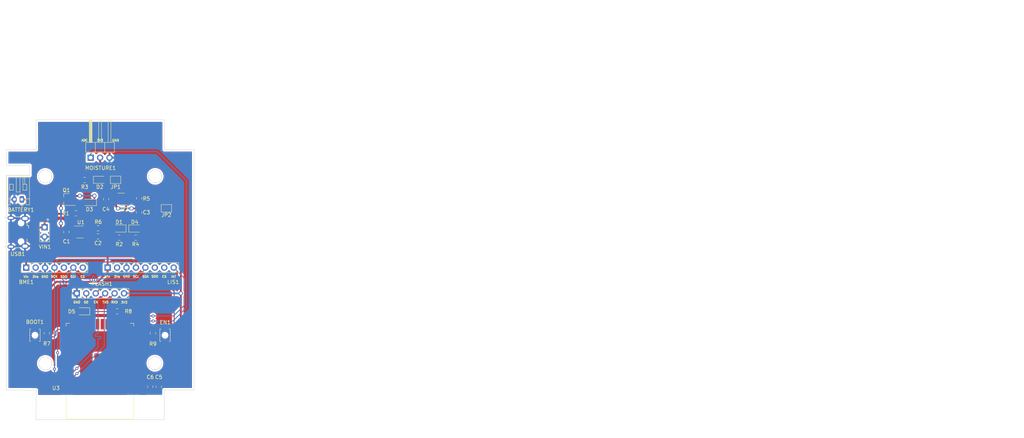
<source format=kicad_pcb>
(kicad_pcb (version 20171130) (host pcbnew "(5.1.10)-1")
  (layers (0 F.Cu signal) (31 B.Cu signal) (34 B.Paste user hide) (35 F.Paste user hide) (36 B.SilkS user) (37 F.SilkS user) (38 B.Mask user) (39 F.Mask user) (44 Edge.Cuts user))
  (net 0 "")
  (net 1 GND)
  (net 2 +BATT)
  (net 3 VBUS)
  (net 4 +3V3)
  (net 5 EN)
  (net 6 "Net-(D1-Pad1)")
  (net 7 IO2)
  (net 8 "Net-(D5-Pad1)")
  (net 9 SDA)
  (net 10 SCL)
  (net 11 TX0)
  (net 12 RX0)
  (net 13 IO0)
  (net 14 IO34)
  (net 15 "Net-(R5-Pad1)")
  (net 16 "Net-(D4-Pad2)")
  (net 17 "Net-(U2-Pad4)")
  (net 18 "Net-(U3-Pad32)")
  (net 19 "Net-(BME1-Pad7)")
  (net 20 "Net-(BME1-Pad5)")
  (net 21 "Net-(BME1-Pad2)")
  (net 22 "Net-(C3-Pad1)")
  (net 23 "Net-(U3-Pad37)")
  (net 24 "Net-(U3-Pad31)")
  (net 25 "Net-(U3-Pad30)")
  (net 26 "Net-(U3-Pad29)")
  (net 27 "Net-(U3-Pad28)")
  (net 28 "Net-(U3-Pad27)")
  (net 29 "Net-(U3-Pad26)")
  (net 30 "Net-(U3-Pad23)")
  (net 31 "Net-(U3-Pad22)")
  (net 32 "Net-(U3-Pad21)")
  (net 33 "Net-(U3-Pad20)")
  (net 34 "Net-(U3-Pad19)")
  (net 35 "Net-(U3-Pad18)")
  (net 36 "Net-(U3-Pad17)")
  (net 37 "Net-(U3-Pad16)")
  (net 38 "Net-(U3-Pad14)")
  (net 39 "Net-(U3-Pad13)")
  (net 40 "Net-(U3-Pad12)")
  (net 41 "Net-(U3-Pad11)")
  (net 42 "Net-(U3-Pad10)")
  (net 43 "Net-(U3-Pad8)")
  (net 44 "Net-(U3-Pad7)")
  (net 45 "Net-(U3-Pad5)")
  (net 46 "Net-(U3-Pad4)")
  (net 47 "Net-(USB1-Pad4)")
  (net 48 "Net-(USB1-Pad3)")
  (net 49 "Net-(USB1-Pad2)")
  (net 50 "Net-(C4-Pad1)")
  (net 51 "Net-(R2-Pad1)")
  (net 52 "Net-(D2-Pad2)")
  (net 53 "Net-(D2-Pad1)")
  (net 54 "Net-(R6-Pad1)")
  (net 55 INT)
  (net 56 "Net-(LIS1-Pad7)")
  (net 57 "Net-(LIS1-Pad6)")
  (net 58 "Net-(LIS1-Pad2)")
  (module Diode_SMD:D_SOD-323_HandSoldering (layer F.Cu) (at 146.00428 73.18248 180)
    (fp_text reference D3 (at 0 -1.85) (layer F.SilkS))
    (fp_text value 1A/23V/620mV)
    (pad 2 smd rect (at 1.25 0 180) (size 1 1) (layers F.Cu F.Paste F.Mask) (net 3 VBUS))
    (pad 1 smd rect (at -1.25 0 180) (size 1 1) (layers F.Cu F.Paste F.Mask) (net 50 "Net-(C4-Pad1)"))
  )
  (module LED_SMD:LED_0805_2012Metric_Pad1.15x1.40mm_HandSolder (layer F.Cu) (at 148.9329 67.0941)
    (fp_text reference D2 (at -0.1429 1.9259) (layer F.SilkS))
    (fp_text value Red)
    (pad 2 smd roundrect (at 1.025 0) (size 1.15 1.4) (layers F.Cu F.Paste F.Mask) (roundrect_rratio 0.217391) (net 52 "Net-(D2-Pad2)"))
    (pad 1 smd roundrect (at -1.025 0) (size 1.15 1.4) (layers F.Cu F.Paste F.Mask) (roundrect_rratio 0.217391) (net 53 "Net-(D2-Pad1)"))
  )
  (module Jumper:SolderJumper-2_P1.3mm_Open_TrianglePad1.0x1.5mm (layer F.Cu) (at 166.69766 74.75728 180)
    (fp_text reference JP2 (at 0 -1.8) (layer F.SilkS))
    (fp_text value SJ)
    (pad 1 smd custom (at -0.725 0 180) (size 0.3 0.3) (layers F.Cu F.Mask) (net 4 +3V3) (options (clearance outline) (anchor rect)) (primitives (gr_poly (pts (xy -0.5 -0.75) (xy 0.5 -0.75) (xy 1 0) (xy 0.5 0.75) (xy -0.5 0.75)) (width 0))))
    (pad 2 smd custom (at 0.725 0 180) (size 0.3 0.3) (layers F.Cu F.Mask) (net 22 "Net-(C3-Pad1)") (options (clearance outline) (anchor rect)) (primitives (gr_poly (pts (xy -0.65 -0.75) (xy 0.5 -0.75) (xy 0.5 0.75) (xy -0.65 0.75) (xy -0.15 0)) (width 0))))
  )
  (module LED_SMD:LED_0805_2012Metric_Pad1.15x1.40mm_HandSolder (layer F.Cu) (at 158.44404 80.19824)
    (fp_text reference D4 (at -0.25404 -1.73824) (layer F.SilkS))
    (fp_text value Green)
    (pad 1 smd roundrect (at -1.025 0) (size 1.15 1.4) (layers F.Cu F.Paste F.Mask) (roundrect_rratio 0.2173904347826087) (net 1 GND))
    (pad 2 smd roundrect (at 1.025 0) (size 1.15 1.4) (layers F.Cu F.Paste F.Mask) (roundrect_rratio 0.2173904347826087) (net 16 "Net-(D4-Pad2)"))
  )
  (module Package_TO_SOT_SMD:SOT-23-5_HandSoldering (layer F.Cu) (at 143.4538 81.13794)
    (fp_text reference U1 (at 0.234 -2.624) (layer F.SilkS))
    (fp_text value MCP73831)
    (pad 5 smd rect (at 1.35 -0.95) (size 1.56 0.65) (layers F.Cu F.Paste F.Mask) (net 54 "Net-(R6-Pad1)"))
    (pad 4 smd rect (at 1.35 0.95) (size 1.56 0.65) (layers F.Cu F.Paste F.Mask) (net 3 VBUS))
    (pad 3 smd rect (at -1.35 0.95) (size 1.56 0.65) (layers F.Cu F.Paste F.Mask) (net 2 +BATT))
    (pad 2 smd rect (at -1.35 0) (size 1.56 0.65) (layers F.Cu F.Paste F.Mask) (net 1 GND))
    (pad 1 smd rect (at -1.35 -0.95) (size 1.56 0.65) (layers F.Cu F.Paste F.Mask) (net 51 "Net-(R2-Pad1)"))
  )
  (module RF_Module:ESP32-WROOM-32 (layer F.Cu) (at 148.83 115.6 180)
    (fp_text reference U3 (at 11.8478 -7.54428 180) (layer F.SilkS))
    (fp_text value ESP32-WROOM-32)
    (pad 39 smd rect (at -1 -0.755 180) (size 5 5) (layers F.Cu F.Paste F.Mask) (net 1 GND))
    (pad 1 smd rect (at -8.5 -8.255 180) (size 2.8 0.9) (drill (offset -0.4 0)) (layers F.Cu F.Paste F.Mask) (net 1 GND))
    (pad 2 smd rect (at -8.5 -6.985 180) (size 2.8 0.9) (drill (offset -0.4 0)) (layers F.Cu F.Paste F.Mask) (net 4 +3V3))
    (pad 3 smd rect (at -8.5 -5.715 180) (size 2.8 0.9) (drill (offset -0.4 0)) (layers F.Cu F.Paste F.Mask) (net 5 EN))
    (pad 4 smd rect (at -8.5 -4.445 180) (size 2.8 0.9) (drill (offset -0.4 0)) (layers F.Cu F.Paste F.Mask) (net 46 "Net-(U3-Pad4)"))
    (pad 5 smd rect (at -8.5 -3.175 180) (size 2.8 0.9) (drill (offset -0.4 0)) (layers F.Cu F.Paste F.Mask) (net 45 "Net-(U3-Pad5)"))
    (pad 6 smd rect (at -8.5 -1.905 180) (size 2.8 0.9) (drill (offset -0.4 0)) (layers F.Cu F.Paste F.Mask) (net 14 IO34))
    (pad 7 smd rect (at -8.5 -0.635 180) (size 2.8 0.9) (drill (offset -0.4 0)) (layers F.Cu F.Paste F.Mask) (net 44 "Net-(U3-Pad7)"))
    (pad 8 smd rect (at -8.5 0.635 180) (size 2.8 0.9) (drill (offset -0.4 0)) (layers F.Cu F.Paste F.Mask) (net 43 "Net-(U3-Pad8)"))
    (pad 9 smd rect (at -8.5 1.905 180) (size 2.8 0.9) (drill (offset -0.4 0)) (layers F.Cu F.Paste F.Mask) (net 55 INT))
    (pad 10 smd rect (at -8.5 3.175 180) (size 2.8 0.9) (drill (offset -0.4 0)) (layers F.Cu F.Paste F.Mask) (net 42 "Net-(U3-Pad10)"))
    (pad 11 smd rect (at -8.5 4.445 180) (size 2.8 0.9) (drill (offset -0.4 0)) (layers F.Cu F.Paste F.Mask) (net 41 "Net-(U3-Pad11)"))
    (pad 12 smd rect (at -8.5 5.715 180) (size 2.8 0.9) (drill (offset -0.4 0)) (layers F.Cu F.Paste F.Mask) (net 40 "Net-(U3-Pad12)"))
    (pad 13 smd rect (at -8.5 6.985 180) (size 2.8 0.9) (drill (offset -0.4 0)) (layers F.Cu F.Paste F.Mask) (net 39 "Net-(U3-Pad13)"))
    (pad 14 smd rect (at -8.5 8.255 180) (size 2.8 0.9) (drill (offset -0.4 0)) (layers F.Cu F.Paste F.Mask) (net 38 "Net-(U3-Pad14)"))
    (pad 15 smd rect (at -5.715 9.255 270) (size 2.8 0.9) (drill (offset -0.4 0)) (layers F.Cu F.Paste F.Mask) (net 1 GND))
    (pad 16 smd rect (at -4.445 9.255 270) (size 2.8 0.9) (drill (offset -0.4 0)) (layers F.Cu F.Paste F.Mask) (net 37 "Net-(U3-Pad16)"))
    (pad 17 smd rect (at -3.175 9.255 270) (size 2.8 0.9) (drill (offset -0.4 0)) (layers F.Cu F.Paste F.Mask) (net 36 "Net-(U3-Pad17)"))
    (pad 18 smd rect (at -1.905 9.255 270) (size 2.8 0.9) (drill (offset -0.4 0)) (layers F.Cu F.Paste F.Mask) (net 35 "Net-(U3-Pad18)"))
    (pad 19 smd rect (at -0.635 9.255 270) (size 2.8 0.9) (drill (offset -0.4 0)) (layers F.Cu F.Paste F.Mask) (net 34 "Net-(U3-Pad19)"))
    (pad 20 smd rect (at 0.635 9.255 270) (size 2.8 0.9) (drill (offset -0.4 0)) (layers F.Cu F.Paste F.Mask) (net 33 "Net-(U3-Pad20)"))
    (pad 21 smd rect (at 1.905 9.255 270) (size 2.8 0.9) (drill (offset -0.4 0)) (layers F.Cu F.Paste F.Mask) (net 32 "Net-(U3-Pad21)"))
    (pad 22 smd rect (at 3.175 9.255 270) (size 2.8 0.9) (drill (offset -0.4 0)) (layers F.Cu F.Paste F.Mask) (net 31 "Net-(U3-Pad22)"))
    (pad 23 smd rect (at 4.445 9.255 270) (size 2.8 0.9) (drill (offset -0.4 0)) (layers F.Cu F.Paste F.Mask) (net 30 "Net-(U3-Pad23)"))
    (pad 24 smd rect (at 5.715 9.255 270) (size 2.8 0.9) (drill (offset -0.4 0)) (layers F.Cu F.Paste F.Mask) (net 7 IO2))
    (pad 25 smd rect (at 8.5 8.255 180) (size 2.8 0.9) (drill (offset 0.4 0)) (layers F.Cu F.Paste F.Mask) (net 13 IO0))
    (pad 26 smd rect (at 8.5 6.985 180) (size 2.8 0.9) (drill (offset 0.4 0)) (layers F.Cu F.Paste F.Mask) (net 29 "Net-(U3-Pad26)"))
    (pad 27 smd rect (at 8.5 5.715 180) (size 2.8 0.9) (drill (offset 0.4 0)) (layers F.Cu F.Paste F.Mask) (net 28 "Net-(U3-Pad27)"))
    (pad 28 smd rect (at 8.5 4.445 180) (size 2.8 0.9) (drill (offset 0.4 0)) (layers F.Cu F.Paste F.Mask) (net 27 "Net-(U3-Pad28)"))
    (pad 29 smd rect (at 8.5 3.175 180) (size 2.8 0.9) (drill (offset 0.4 0)) (layers F.Cu F.Paste F.Mask) (net 26 "Net-(U3-Pad29)"))
    (pad 30 smd rect (at 8.5 1.905 180) (size 2.8 0.9) (drill (offset 0.4 0)) (layers F.Cu F.Paste F.Mask) (net 25 "Net-(U3-Pad30)"))
    (pad 31 smd rect (at 8.5 0.635 180) (size 2.8 0.9) (drill (offset 0.4 0)) (layers F.Cu F.Paste F.Mask) (net 24 "Net-(U3-Pad31)"))
    (pad 32 smd rect (at 8.5 -0.635 180) (size 2.8 0.9) (drill (offset 0.4 0)) (layers F.Cu F.Paste F.Mask) (net 18 "Net-(U3-Pad32)"))
    (pad 33 smd rect (at 8.5 -1.905 180) (size 2.8 0.9) (drill (offset 0.4 0)) (layers F.Cu F.Paste F.Mask) (net 9 SDA))
    (pad 34 smd rect (at 8.5 -3.175 180) (size 2.8 0.9) (drill (offset 0.4 0)) (layers F.Cu F.Paste F.Mask) (net 12 RX0))
    (pad 35 smd rect (at 8.5 -4.445 180) (size 2.8 0.9) (drill (offset 0.4 0)) (layers F.Cu F.Paste F.Mask) (net 11 TX0))
    (pad 36 smd rect (at 8.5 -5.715 180) (size 2.8 0.9) (drill (offset 0.4 0)) (layers F.Cu F.Paste F.Mask) (net 10 SCL))
    (pad 37 smd rect (at 8.5 -6.985 180) (size 2.8 0.9) (drill (offset 0.4 0)) (layers F.Cu F.Paste F.Mask) (net 23 "Net-(U3-Pad37)"))
    (pad 38 smd rect (at 8.5 -8.255 180) (size 2.8 0.9) (drill (offset 0.4 0)) (layers F.Cu F.Paste F.Mask) (net 1 GND))
  )
  (module Connector_USB:USB_Micro-B_Wuerth_629105150521 (layer F.Cu) (at 126.79862 81.22262 270)
    (fp_text reference USB1 (at 5.84708 0.09398 180) (layer F.SilkS))
    (fp_text value USB_B_Micro)
    (pad "" np_thru_hole oval (at 2.5 -0.8 270) (size 0.8 0.8) (drill 0.8) (layers *.Cu *.Mask))
    (pad "" np_thru_hole oval (at -2.5 -0.8 270) (size 0.8 0.8) (drill 0.8) (layers *.Cu *.Mask))
    (pad 6 thru_hole oval (at 3.875 1.95 270) (size 1.15 1.8) (drill oval 0.55 1.2) (layers *.Cu *.Mask) (net 1 GND))
    (pad 6 thru_hole oval (at -3.875 1.95 270) (size 1.15 1.8) (drill oval 0.55 1.2) (layers *.Cu *.Mask) (net 1 GND))
    (pad 6 thru_hole oval (at 3.725 -1.85 270) (size 1.45 2) (drill oval 0.85 1.4) (layers *.Cu *.Mask) (net 1 GND))
    (pad 6 thru_hole oval (at -3.725 -1.85 270) (size 1.45 2) (drill oval 0.85 1.4) (layers *.Cu *.Mask) (net 1 GND))
    (pad 5 smd rect (at 1.3 -1.9 270) (size 0.45 1.7) (drill (offset 0 -0.2)) (layers F.Cu F.Paste F.Mask) (net 1 GND))
    (pad 4 smd rect (at 0.65 -1.9 270) (size 0.45 1.7) (drill (offset 0 -0.2)) (layers F.Cu F.Paste F.Mask) (net 47 "Net-(USB1-Pad4)"))
    (pad 3 smd rect (at 0 -1.9 270) (size 0.45 1.7) (drill (offset 0 -0.2)) (layers F.Cu F.Paste F.Mask) (net 48 "Net-(USB1-Pad3)"))
    (pad 2 smd rect (at -0.65 -1.9 270) (size 0.45 1.7) (drill (offset 0 -0.2)) (layers F.Cu F.Paste F.Mask) (net 49 "Net-(USB1-Pad2)"))
    (pad 1 smd rect (at -1.3 -1.9 270) (size 0.45 1.7) (drill (offset 0 -0.2)) (layers F.Cu F.Paste F.Mask) (net 3 VBUS))
  )
  (module Button_Switch_SMD:SW_SPST_B3U-1000P-B (layer F.Cu) (at 166.35 108.92 270)
    (fp_text reference EN1 (at -3.4592 -0.02 180) (layer F.SilkS))
    (fp_text value Switch)
    (pad "" np_thru_hole circle (at 0 0 270) (size 0.8 0.8) (drill 0.8) (layers *.Cu *.Mask))
    (pad 2 smd rect (at 1.7 0 270) (size 1.3 1.7) (drill (offset 0.2 0)) (layers F.Cu F.Paste F.Mask) (net 5 EN))
    (pad 1 smd rect (at -1.7 0 270) (size 1.3 1.7) (drill (offset -0.2 0)) (layers F.Cu F.Paste F.Mask) (net 1 GND))
  )
  (module Connector_PinHeader_2.54mm:PinHeader_1x08_P2.54mm_Vertical (layer F.Cu) (at 150.88616 90.71356 90)
    (fp_text reference LIS1 (at -3.90644 17.64384 180) (layer F.SilkS))
    (fp_text value LIS3DH)
    (pad 8 thru_hole oval (at 0 17.78 90) (size 1.7 1.7) (drill 1) (layers *.Cu *.Mask) (net 55 INT))
    (pad 7 thru_hole oval (at 0 15.24 90) (size 1.7 1.7) (drill 1) (layers *.Cu *.Mask) (net 56 "Net-(LIS1-Pad7)"))
    (pad 6 thru_hole oval (at 0 12.7 90) (size 1.7 1.7) (drill 1) (layers *.Cu *.Mask) (net 57 "Net-(LIS1-Pad6)"))
    (pad 5 thru_hole oval (at 0 10.16 90) (size 1.7 1.7) (drill 1) (layers *.Cu *.Mask) (net 9 SDA))
    (pad 4 thru_hole oval (at 0 7.62 90) (size 1.7 1.7) (drill 1) (layers *.Cu *.Mask) (net 10 SCL))
    (pad 3 thru_hole oval (at 0 5.08 90) (size 1.7 1.7) (drill 1) (layers *.Cu *.Mask) (net 1 GND))
    (pad 2 thru_hole oval (at 0 2.54 90) (size 1.7 1.7) (drill 1) (layers *.Cu *.Mask) (net 58 "Net-(LIS1-Pad2)"))
    (pad 1 thru_hole rect (at 0 0 90) (size 1.7 1.7) (drill 1) (layers *.Cu *.Mask) (net 4 +3V3))
  )
  (module Connector_PinHeader_2.54mm:PinHeader_1x02_P2.54mm_Vertical (layer F.Cu) (at 133.91896 79.86268)
    (fp_text reference VIN1 (at 0.09906 5.26034 180) (layer F.SilkS))
    (fp_text value Conn_01x07)
    (pad 2 thru_hole oval (at 0 2.54) (size 1.7 1.7) (drill 1) (layers *.Cu *.Mask) (net 1 GND))
    (pad 1 thru_hole rect (at 0 0) (size 1.7 1.7) (drill 1) (layers *.Cu *.Mask) (net 3 VBUS))
  )
  (module Connector_PinHeader_2.54mm:PinHeader_1x06_P2.54mm_Vertical (layer F.Cu) (at 142.6 97.65 90)
    (fp_text reference FLASH1 (at 2.54986 6.83328 180) (layer F.SilkS))
    (fp_text value Conn_01x07)
    (pad 6 thru_hole oval (at 0 12.7 90) (size 1.7 1.7) (drill 1) (layers *.Cu *.Mask) (net 4 +3V3))
    (pad 5 thru_hole oval (at 0 10.16 90) (size 1.7 1.7) (drill 1) (layers *.Cu *.Mask) (net 11 TX0))
    (pad 4 thru_hole oval (at 0 7.62 90) (size 1.7 1.7) (drill 1) (layers *.Cu *.Mask) (net 12 RX0))
    (pad 3 thru_hole oval (at 0 5.08 90) (size 1.7 1.7) (drill 1) (layers *.Cu *.Mask) (net 5 EN))
    (pad 2 thru_hole oval (at 0 2.54 90) (size 1.7 1.7) (drill 1) (layers *.Cu *.Mask) (net 13 IO0))
    (pad 1 thru_hole rect (at 0 0 90) (size 1.7 1.7) (drill 1) (layers *.Cu *.Mask) (net 1 GND))
  )
  (module Connector_PinHeader_2.54mm:PinHeader_1x07_P2.54mm_Vertical (layer F.Cu) (at 128.9685 90.7161 90)
    (fp_text reference BME1 (at -3.89636 0.04064 180) (layer F.SilkS))
    (fp_text value BME680)
    (pad 7 thru_hole oval (at 0 15.24 90) (size 1.7 1.7) (drill 1) (layers *.Cu *.Mask) (net 19 "Net-(BME1-Pad7)"))
    (pad 6 thru_hole oval (at 0 12.7 90) (size 1.7 1.7) (drill 1) (layers *.Cu *.Mask) (net 9 SDA))
    (pad 5 thru_hole oval (at 0 10.16 90) (size 1.7 1.7) (drill 1) (layers *.Cu *.Mask) (net 20 "Net-(BME1-Pad5)"))
    (pad 4 thru_hole oval (at 0 7.62 90) (size 1.7 1.7) (drill 1) (layers *.Cu *.Mask) (net 10 SCL))
    (pad 3 thru_hole oval (at 0 5.08 90) (size 1.7 1.7) (drill 1) (layers *.Cu *.Mask) (net 1 GND))
    (pad 2 thru_hole oval (at 0 2.54 90) (size 1.7 1.7) (drill 1) (layers *.Cu *.Mask) (net 21 "Net-(BME1-Pad2)"))
    (pad 1 thru_hole rect (at 0 0 90) (size 1.7 1.7) (drill 1) (layers *.Cu *.Mask) (net 4 +3V3))
  )
  (module Connector_PinHeader_2.54mm:PinHeader_1x03_P2.54mm_Horizontal (layer F.Cu) (at 146.32 61.13 90)
    (fp_text reference MOISTURE1 (at -2.77114 2.6543 180) (layer F.SilkS))
    (fp_text value MOISTURE)
    (pad 3 thru_hole oval (at 0 5.08 90) (size 1.7 1.7) (drill 1) (layers *.Cu *.Mask) (net 1 GND))
    (pad 2 thru_hole oval (at 0 2.54 90) (size 1.7 1.7) (drill 1) (layers *.Cu *.Mask) (net 4 +3V3))
    (pad 1 thru_hole rect (at 0 0 90) (size 1.7 1.7) (drill 1) (layers *.Cu *.Mask) (net 14 IO34))
  )
  (module Package_TO_SOT_SMD:SOT-23-5_HandSoldering (layer F.Cu) (at 154.54362 72.28068 180)
    (fp_text reference U2 (at -0.95772 -2.74584) (layer F.SilkS))
    (fp_text value AP2112K-3.3)
    (pad 5 smd rect (at 1.35 -0.95 180) (size 1.56 0.65) (layers F.Cu F.Paste F.Mask) (net 22 "Net-(C3-Pad1)"))
    (pad 4 smd rect (at 1.35 0.95 180) (size 1.56 0.65) (layers F.Cu F.Paste F.Mask) (net 17 "Net-(U2-Pad4)"))
    (pad 3 smd rect (at -1.35 0.95 180) (size 1.56 0.65) (layers F.Cu F.Paste F.Mask) (net 15 "Net-(R5-Pad1)"))
    (pad 2 smd rect (at -1.35 0 180) (size 1.56 0.65) (layers F.Cu F.Paste F.Mask) (net 1 GND))
    (pad 1 smd rect (at -1.35 -0.95 180) (size 1.56 0.65) (layers F.Cu F.Paste F.Mask) (net 50 "Net-(C4-Pad1)"))
  )
  (module Resistor_SMD:R_0805_2012Metric_Pad1.15x1.40mm_HandSolder (layer F.Cu) (at 144.69734 67.15506 180)
    (fp_text reference R3 (at -0.01266 -1.87494) (layer F.SilkS))
    (fp_text value 1K)
    (pad 1 smd roundrect (at -1.025 0 180) (size 1.15 1.4) (layers F.Cu F.Paste F.Mask) (roundrect_rratio 0.2173904347826087) (net 53 "Net-(D2-Pad1)"))
    (pad 2 smd roundrect (at 1.025 0 180) (size 1.15 1.4) (layers F.Cu F.Paste F.Mask) (roundrect_rratio 0.2173904347826087) (net 1 GND))
  )
  (module Jumper:SolderJumper-2_P1.3mm_Open_TrianglePad1.0x1.5mm (layer F.Cu) (at 153.03754 67.09918 180)
    (fp_text reference JP1 (at -0.01016 -1.91082) (layer F.SilkS))
    (fp_text value SJ)
    (pad 1 smd custom (at -0.725 0 180) (size 0.3 0.3) (layers F.Cu F.Mask) (net 4 +3V3) (options (clearance outline) (anchor rect)) (primitives (gr_poly (pts (xy -0.5 -0.75) (xy 0.5 -0.75) (xy 1 0) (xy 0.5 0.75) (xy -0.5 0.75)) (width 0))))
    (pad 2 smd custom (at 0.725 0 180) (size 0.3 0.3) (layers F.Cu F.Mask) (net 52 "Net-(D2-Pad2)") (options (clearance outline) (anchor rect)) (primitives (gr_poly (pts (xy -0.65 -0.75) (xy 0.5 -0.75) (xy 0.5 0.75) (xy -0.65 0.75) (xy -0.15 0)) (width 0))))
  )
  (module LED_SMD:LED_0805_2012Metric_Pad1.15x1.40mm_HandSolder (layer F.Cu) (at 144.2085 102.489 180)
    (fp_text reference D5 (at 2.9972 -0.04064) (layer F.SilkS))
    (fp_text value Blue)
    (pad 1 smd roundrect (at -1.025 0 180) (size 1.15 1.4) (layers F.Cu F.Paste F.Mask) (roundrect_rratio 0.2173904347826087) (net 8 "Net-(D5-Pad1)"))
    (pad 2 smd roundrect (at 1.025 0 180) (size 1.15 1.4) (layers F.Cu F.Paste F.Mask) (roundrect_rratio 0.2173904347826087) (net 7 IO2))
  )
  (module Connector_JST:JST_PH_S2B-PH-K_1x02_P2.00mm_Horizontal (layer F.Cu) (at 127.8 72.37 180)
    (fp_text reference BATTERY1 (at 0.24628 -2.78098) (layer F.SilkS))
    (fp_text value LiPo)
    (pad 2 thru_hole oval (at 2 0 180) (size 1.2 1.75) (drill 0.75) (layers *.Cu *.Mask) (net 1 GND))
    (pad 1 thru_hole roundrect (at 0 0 180) (size 1.2 1.75) (drill 0.75) (layers *.Cu *.Mask) (roundrect_rratio 0.2083325) (net 2 +BATT))
  )
  (module Button_Switch_SMD:SW_SPST_B3U-1000P-B (layer F.Cu) (at 131.33 108.915 90)
    (fp_text reference BOOT1 (at 3.5558 -0.012 180) (layer F.SilkS))
    (fp_text value Switch)
    (pad "" np_thru_hole circle (at 0 0 90) (size 0.8 0.8) (drill 0.8) (layers *.Cu *.Mask))
    (pad 2 smd rect (at 1.7 0 90) (size 1.3 1.7) (drill (offset 0.2 0)) (layers F.Cu F.Paste F.Mask) (net 13 IO0))
    (pad 1 smd rect (at -1.7 0 90) (size 1.3 1.7) (drill (offset -0.2 0)) (layers F.Cu F.Paste F.Mask) (net 1 GND))
  )
  (module Resistor_SMD:R_0805_2012Metric_Pad1.15x1.40mm_HandSolder (layer F.Cu) (at 134.52094 108.36148 90)
    (fp_text reference R7 (at -2.8381 0.01618 180) (layer F.SilkS))
    (fp_text value 10K)
    (pad 1 smd roundrect (at -1.025 0 90) (size 1.15 1.4) (layers F.Cu F.Paste F.Mask) (roundrect_rratio 0.2173904347826087) (net 13 IO0))
    (pad 2 smd roundrect (at 1.025 0 90) (size 1.15 1.4) (layers F.Cu F.Paste F.Mask) (roundrect_rratio 0.2173904347826087) (net 4 +3V3))
  )
  (module Resistor_SMD:R_0805_2012Metric_Pad1.15x1.40mm_HandSolder (layer F.Cu) (at 163.08832 108.38942 90)
    (fp_text reference R9 (at -2.86 0) (layer F.SilkS))
    (fp_text value 10K)
    (pad 2 smd roundrect (at 1.025 0 90) (size 1.15 1.4) (layers F.Cu F.Paste F.Mask) (roundrect_rratio 0.2173904347826087) (net 5 EN))
    (pad 1 smd roundrect (at -1.025 0 90) (size 1.15 1.4) (layers F.Cu F.Paste F.Mask) (roundrect_rratio 0.2173904347826087) (net 4 +3V3))
  )
  (module Resistor_SMD:R_0805_2012Metric_Pad1.15x1.40mm_HandSolder (layer F.Cu) (at 153.4795 102.489)
    (fp_text reference R8 (at 2.99212 0.0127) (layer F.SilkS))
    (fp_text value 1K)
    (pad 1 smd roundrect (at -1.025 0) (size 1.15 1.4) (layers F.Cu F.Paste F.Mask) (roundrect_rratio 0.2173904347826087) (net 8 "Net-(D5-Pad1)"))
    (pad 2 smd roundrect (at 1.025 0) (size 1.15 1.4) (layers F.Cu F.Paste F.Mask) (roundrect_rratio 0.2173904347826087) (net 1 GND))
  )
  (module Resistor_SMD:R_0805_2012Metric_Pad1.15x1.40mm_HandSolder (layer F.Cu) (at 148.31822 80.1243)
    (fp_text reference R6 (at 0.03178 -1.6943) (layer F.SilkS))
    (fp_text value 1.0K)
    (pad 1 smd roundrect (at -1.025 0) (size 1.15 1.4) (layers F.Cu F.Paste F.Mask) (roundrect_rratio 0.2173904347826087) (net 54 "Net-(R6-Pad1)"))
    (pad 2 smd roundrect (at 1.025 0) (size 1.15 1.4) (layers F.Cu F.Paste F.Mask) (roundrect_rratio 0.2173904347826087) (net 1 GND))
  )
  (module Resistor_SMD:R_0805_2012Metric_Pad1.15x1.40mm_HandSolder (layer F.Cu) (at 158.43758 82.66938 180)
    (fp_text reference R4 (at 0.0286 -1.76274) (layer F.SilkS))
    (fp_text value 1K)
    (pad 1 smd roundrect (at -1.025 0 180) (size 1.15 1.4) (layers F.Cu F.Paste F.Mask) (roundrect_rratio 0.2173904347826087) (net 16 "Net-(D4-Pad2)"))
    (pad 2 smd roundrect (at 1.025 0 180) (size 1.15 1.4) (layers F.Cu F.Paste F.Mask) (roundrect_rratio 0.2173904347826087) (net 51 "Net-(R2-Pad1)"))
  )
  (module Resistor_SMD:R_0805_2012Metric_Pad1.15x1.40mm_HandSolder (layer F.Cu) (at 159.36562 72.07508 270)
    (fp_text reference R5 (at 0.0974 -1.9466 180) (layer F.SilkS))
    (fp_text value 100K)
    (pad 2 smd roundrect (at 1.025 0 270) (size 1.15 1.4) (layers F.Cu F.Paste F.Mask) (roundrect_rratio 0.2173904347826087) (net 50 "Net-(C4-Pad1)"))
    (pad 1 smd roundrect (at -1.025 0 270) (size 1.15 1.4) (layers F.Cu F.Paste F.Mask) (roundrect_rratio 0.2173904347826087) (net 15 "Net-(R5-Pad1)"))
  )
  (module Resistor_SMD:R_0805_2012Metric_Pad1.15x1.40mm_HandSolder (layer F.Cu) (at 153.99766 82.64906)
    (fp_text reference R2 (at 0.01234 1.79094) (layer F.SilkS))
    (fp_text value 1K)
    (pad 2 smd roundrect (at 1.025 0) (size 1.15 1.4) (layers F.Cu F.Paste F.Mask) (roundrect_rratio 0.2173904347826087) (net 6 "Net-(D1-Pad1)"))
    (pad 1 smd roundrect (at -1.025 0) (size 1.15 1.4) (layers F.Cu F.Paste F.Mask) (roundrect_rratio 0.2173904347826087) (net 51 "Net-(R2-Pad1)"))
  )
  (module Resistor_SMD:R_0805_2012Metric_Pad1.15x1.40mm_HandSolder (layer F.Cu) (at 142.34668 76.10094 180)
    (fp_text reference R1 (at 2.74066 -0.02794) (layer F.SilkS))
    (fp_text value 10K)
    (pad 2 smd roundrect (at 1.025 0 180) (size 1.15 1.4) (layers F.Cu F.Paste F.Mask) (roundrect_rratio 0.2173904347826087) (net 3 VBUS))
    (pad 1 smd roundrect (at -1.025 0 180) (size 1.15 1.4) (layers F.Cu F.Paste F.Mask) (roundrect_rratio 0.2173904347826087) (net 1 GND))
  )
  (module Package_TO_SOT_SMD:SOT-23_Handsoldering (layer F.Cu) (at 139.83462 72.39508 180)
    (fp_text reference Q1 (at 0.04 2.5) (layer F.SilkS))
    (fp_text value 2.5A/30V)
    (pad 1 smd rect (at -1.5 -0.95 180) (size 1.9 0.8) (layers F.Cu F.Paste F.Mask) (net 3 VBUS))
    (pad 2 smd rect (at -1.5 0.95 180) (size 1.9 0.8) (layers F.Cu F.Paste F.Mask) (net 50 "Net-(C4-Pad1)"))
    (pad 3 smd rect (at 1.5 0 180) (size 1.9 0.8) (layers F.Cu F.Paste F.Mask) (net 2 +BATT))
  )
  (module LED_SMD:LED_0805_2012Metric_Pad1.15x1.40mm_HandSolder (layer F.Cu) (at 153.98624 80.19824 180)
    (fp_text reference D1 (at 0.008 1.73824) (layer F.SilkS))
    (fp_text value Red)
    (pad 1 smd roundrect (at -1.025 0 180) (size 1.15 1.4) (layers F.Cu F.Paste F.Mask) (roundrect_rratio 0.2173904347826087) (net 6 "Net-(D1-Pad1)"))
    (pad 2 smd roundrect (at 1.025 0 180) (size 1.15 1.4) (layers F.Cu F.Paste F.Mask) (roundrect_rratio 0.2173904347826087) (net 3 VBUS))
  )
  (module Capacitor_SMD:C_0805_2012Metric_Pad1.15x1.40mm_HandSolder (layer F.Cu) (at 162.36 122.785 270)
    (fp_text reference C6 (at -2.5922 0.0032 180) (layer F.SilkS))
    (fp_text value 10uF/10V)
    (pad 2 smd roundrect (at 1.025 0 270) (size 1.15 1.4) (layers F.Cu F.Paste F.Mask) (roundrect_rratio 0.2173904347826087) (net 1 GND))
    (pad 1 smd roundrect (at -1.025 0 270) (size 1.15 1.4) (layers F.Cu F.Paste F.Mask) (roundrect_rratio 0.2173904347826087) (net 4 +3V3))
  )
  (module Capacitor_SMD:C_0805_2012Metric_Pad1.15x1.40mm_HandSolder (layer F.Cu) (at 164.67 122.79 270)
    (fp_text reference C5 (at -2.5972 0.0272) (layer F.SilkS))
    (fp_text value 0.1uF/50V)
    (pad 2 smd roundrect (at 1.025 0 270) (size 1.15 1.4) (layers F.Cu F.Paste F.Mask) (roundrect_rratio 0.2173904347826087) (net 1 GND))
    (pad 1 smd roundrect (at -1.025 0 270) (size 1.15 1.4) (layers F.Cu F.Paste F.Mask) (roundrect_rratio 0.2173904347826087) (net 4 +3V3))
  )
  (module Capacitor_SMD:C_0805_2012Metric_Pad1.15x1.40mm_HandSolder (layer F.Cu) (at 150.495 72.2757 90)
    (fp_text reference C4 (at -2.73558 -0.04826 180) (layer F.SilkS))
    (fp_text value 1.0uF/6.3V)
    (pad 2 smd roundrect (at 1.025 0 90) (size 1.15 1.4) (layers F.Cu F.Paste F.Mask) (roundrect_rratio 0.2173904347826087) (net 1 GND))
    (pad 1 smd roundrect (at -1.025 0 90) (size 1.15 1.4) (layers F.Cu F.Paste F.Mask) (roundrect_rratio 0.2173904347826087) (net 50 "Net-(C4-Pad1)"))
  )
  (module Capacitor_SMD:C_0805_2012Metric_Pad1.15x1.40mm_HandSolder (layer F.Cu) (at 159.35452 75.89012 270)
    (fp_text reference C3 (at -0.0254 -1.98882 180) (layer F.SilkS))
    (fp_text value 1.0uF/6.3V)
    (pad 2 smd roundrect (at 1.025 0 270) (size 1.15 1.4) (layers F.Cu F.Paste F.Mask) (roundrect_rratio 0.2173904347826087) (net 1 GND))
    (pad 1 smd roundrect (at -1.025 0 270) (size 1.15 1.4) (layers F.Cu F.Paste F.Mask) (roundrect_rratio 0.2173904347826087) (net 22 "Net-(C3-Pad1)"))
  )
  (module Capacitor_SMD:C_0805_2012Metric_Pad1.15x1.40mm_HandSolder (layer F.Cu) (at 148.29724 82.31064)
    (fp_text reference C2 (at 0.00828 1.82432) (layer F.SilkS))
    (fp_text value 4.7uF/6.3V)
    (pad 2 smd roundrect (at 1.025 0) (size 1.15 1.4) (layers F.Cu F.Paste F.Mask) (roundrect_rratio 0.2173904347826087) (net 1 GND))
    (pad 1 smd roundrect (at -1.025 0) (size 1.15 1.4) (layers F.Cu F.Paste F.Mask) (roundrect_rratio 0.2173904347826087) (net 3 VBUS))
  )
  (module Capacitor_SMD:C_0805_2012Metric_Pad1.15x1.40mm_HandSolder (layer F.Cu) (at 139.79398 81.14284 90)
    (fp_text reference C1 (at -2.53 0.03 180) (layer F.SilkS))
    (fp_text value 4.7uF/6.3V)
    (pad 2 smd roundrect (at 1.025 0 90) (size 1.15 1.4) (layers F.Cu F.Paste F.Mask) (roundrect_rratio 0.2173904347826087) (net 1 GND))
    (pad 1 smd roundrect (at -1.025 0 90) (size 1.15 1.4) (layers F.Cu F.Paste F.Mask) (roundrect_rratio 0.2173904347826087) (net 2 +BATT))
  )
  (gr_line (start 123.64 63.27) (end 129.93 63.26492) (layer Edge.Cuts) (width 0.1))
  (gr_line (start 123.64212 58.97118) (end 123.64 63.27) (layer Edge.Cuts) (width 0.1))
  (gr_line (start 123.64212 58.97118) (end 131.65074 58.97626) (layer Edge.Cuts) (width 0.1))
  (gr_text + (at 134.79272 77.73162) (layer F.SilkS) (effects (font (size 1 1))))
  (gr_text 3V3 (at 148.83 56.46) (layer F.SilkS) (effects (font (size 0.6 0.6))))
  (gr_text + (at 127.78486 73.7997) (layer F.SilkS) (effects (font (size 1 1))))
  (gr_text INT (at 168.6433 93.17482) (layer F.SilkS) (effects (font (size 0.6 0.6))))
  (gr_text CS (at 166.1287 93.12402) (layer F.SilkS) (effects (font (size 0.6 0.6))))
  (gr_text SDO (at 163.5887 93.09862) (layer F.SilkS) (effects (font (size 0.6 0.6))))
  (gr_text 3Vo (at 153.4287 93.14942) (layer F.SilkS) (effects (font (size 0.6 0.6))))
  (gr_text CS (at 144.16786 93.16974) (layer F.SilkS) (effects (font (size 0.6 0.6))))
  (gr_text SDO (at 139.06246 93.16974) (layer F.SilkS) (effects (font (size 0.6 0.6))))
  (gr_text 3Vo (at 131.46786 93.16974) (layer F.SilkS) (effects (font (size 0.6 0.6))))
  (gr_text GND (at 153.03246 56.48198) (layer F.SilkS) (effects (font (size 0.6 0.6))))
  (gr_text ADC (at 144.6911 56.46928) (layer F.SilkS) (effects (font (size 0.6 0.6))))
  (gr_text 3V3 (at 155.35656 100.076) (layer F.SilkS) (effects (font (size 0.6 0.6))))
  (gr_text RXD (at 152.74036 100.0506) (layer F.SilkS) (effects (font (size 0.6 0.6))))
  (gr_text TXD (at 150.30196 100.0506) (layer F.SilkS) (effects (font (size 0.6 0.6))))
  (gr_text EN (at 147.71116 100.0252) (layer F.SilkS) (effects (font (size 0.6 0.6))))
  (gr_text G0 (at 145.09496 100.0506) (layer F.SilkS) (effects (font (size 0.6 0.6))))
  (gr_text GND (at 142.60576 100.0506) (layer F.SilkS) (effects (font (size 0.6 0.6))))
  (gr_text SDA (at 161.0741 93.12402) (layer F.SilkS) (effects (font (size 0.6 0.6))))
  (gr_text SCL (at 158.5341 93.12402) (layer F.SilkS) (effects (font (size 0.6 0.6))))
  (gr_text GND (at 155.9687 93.09862) (layer F.SilkS) (effects (font (size 0.6 0.6))))
  (gr_text Vin (at 150.9141 93.14942) (layer F.SilkS) (effects (font (size 0.6 0.6))))
  (gr_text SDI (at 141.60246 93.16974) (layer F.SilkS) (effects (font (size 0.6 0.6))))
  (gr_text SCK (at 136.52246 93.11894) (layer F.SilkS) (effects (font (size 0.6 0.6))))
  (gr_text GND (at 134.00786 93.14434) (layer F.SilkS) (effects (font (size 0.6 0.6))))
  (gr_text Vin (at 128.92786 93.19514) (layer F.SilkS) (effects (font (size 0.6 0.6))))
  (gr_line (start 129.93 63.26492) (end 129.9337 65.89014) (layer Edge.Cuts) (width 0.1))
  (gr_line (start 123.62 65.89) (end 129.93 65.89) (layer Edge.Cuts) (width 0.1))
  (gr_line (start 123.64 123.66) (end 123.62 65.89) (layer Edge.Cuts) (width 0.1))
  (gr_line (start 131.65 123.69) (end 123.64 123.66) (layer Edge.Cuts) (width 0.1))
  (gr_line (start 131.62 131.66) (end 131.65 123.69) (layer Edge.Cuts) (width 0.1))
  (gr_line (start 166.14 131.66) (end 131.62 131.66) (layer Edge.Cuts) (width 0.1))
  (gr_line (start 166.13 123.66) (end 166.14 131.66) (layer Edge.Cuts) (width 0.1))
  (gr_line (start 174.14 123.66) (end 166.13 123.66) (layer Edge.Cuts) (width 0.1))
  (gr_line (start 174.15 58.94) (end 174.14 123.66) (layer Edge.Cuts) (width 0.1))
  (gr_line (start 166.17 58.97) (end 174.15 58.94) (layer Edge.Cuts) (width 0.1))
  (gr_line (start 166.15 50.96) (end 166.17 58.97) (layer Edge.Cuts) (width 0.1))
  (gr_line (start 131.63 50.96) (end 166.15 50.96) (layer Edge.Cuts) (width 0.1))
  (gr_line (start 131.65074 58.97626) (end 131.63 50.96) (layer Edge.Cuts) (width 0.1))
  (via (at 163.61 116.46) (size 3.52) (drill 3.51) (layers F.Cu B.Cu) (net 0))
  (via (at 163.69792 66.167) (size 3.52) (drill 3.51) (layers F.Cu B.Cu) (net 0))
  (via (at 134.09168 66.18224) (size 3.52) (drill 3.51) (layers F.Cu B.Cu) (net 0))
  (via (at 134.13 116.51) (size 3.52) (drill 3.51) (layers F.Cu B.Cu) (net 0))
  (segment (start 157.592 123.93) (end 157.606 123.944) (width 0.25) (layer F.Cu) (net 1))
  (segment (start 140.35 123.93) (end 157.592 123.93) (width 0.25) (layer F.Cu) (net 1))
  (segment (start 149.85 116.43) (end 149.85 123.826) (width 0.25) (layer F.Cu) (net 1))
  (segment (start 166 107.4) (end 166.1 107.3) (width 0.25) (layer F.Cu) (net 1))
  (segment (start 154.5045 106.3155) (end 154.39 106.43) (width 0.25) (layer F.Cu) (net 1))
  (segment (start 154.5045 102.489) (end 154.5045 106.3155) (width 0.25) (layer F.Cu) (net 1))
  (segment (start 164.7 123.9) (end 164.72 123.88) (width 0.25) (layer F.Cu) (net 1))
  (segment (start 164.72 123.88) (end 162.37 123.88) (width 0.25) (layer F.Cu) (net 1))
  (segment (start 157.49 123.9) (end 164.7 123.9) (width 0.25) (layer F.Cu) (net 1))
  (segment (start 162.37 123.88) (end 162.33 123.84) (width 0.25) (layer F.Cu) (net 1))
  (segment (start 157.43 123.84) (end 157.49 123.9) (width 0.25) (layer F.Cu) (net 1))
  (segment (start 151.64534 72.29068) (end 155.7709 72.29068) (width 0.5) (layer F.Cu) (net 1))
  (segment (start 150.52666 71.172) (end 151.64534 72.29068) (width 0.5) (layer F.Cu) (net 1))
  (segment (start 149.32224 82.31064) (end 149.32224 80.21064) (width 0.25) (layer F.Cu) (net 1))
  (segment (start 134.03072 90.7161) (end 134.0485 90.7161) (width 0.25) (layer F.Cu) (net 1))
  (segment (start 139.21348 80.17764) (end 139.22502 80.1661) (width 0.25) (layer F.Cu) (net 1))
  (segment (start 150.495 71.2507) (end 149.959226 71.2507) (width 0.25) (layer F.Cu) (net 1))
  (segment (start 140.91684 81.13794) (end 142.1038 81.13794) (width 0.25) (layer F.Cu) (net 1))
  (segment (start 140.13296 80.35406) (end 140.91684 81.13794) (width 0.25) (layer F.Cu) (net 1))
  (segment (start 140.13296 80.17626) (end 140.13296 80.35406) (width 0.25) (layer F.Cu) (net 1))
  (segment (start 128.90762 84.88134) (end 128.85762 84.93134) (width 0.25) (layer F.Cu) (net 1))
  (segment (start 128.90762 82.50634) (end 128.90762 84.88134) (width 0.25) (layer F.Cu) (net 1))
  (segment (start 166.35 103.5) (end 166.35 107.22) (width 0.25) (layer F.Cu) (net 1))
  (segment (start 165.339 102.489) (end 166.35 103.5) (width 0.25) (layer F.Cu) (net 1))
  (segment (start 154.5045 102.489) (end 165.339 102.489) (width 0.25) (layer F.Cu) (net 1))
  (segment (start 140.33 123.855) (end 133.475 123.855) (width 0.25) (layer F.Cu) (net 1))
  (segment (start 133.475 123.855) (end 131.34 121.72) (width 0.25) (layer F.Cu) (net 1))
  (segment (start 131.34 121.72) (end 131.34 110.9) (width 0.25) (layer F.Cu) (net 1))
  (segment (start 131.34 110.9) (end 131.26 110.82) (width 0.25) (layer F.Cu) (net 1))
  (segment (start 127.74 72.27) (end 127.89 72.42) (width 0.25) (layer F.Cu) (net 2))
  (segment (start 127.8 72.63) (end 127.8 72.37) (width 0.5) (layer F.Cu) (net 2))
  (segment (start 142.1038 82.08794) (end 142.1538 82.13794) (width 0.5) (layer F.Cu) (net 2))
  (segment (start 138.33462 72.39508) (end 138.18362 72.54608) (width 0.5) (layer F.Cu) (net 2))
  (segment (start 127.8 72.37) (end 127.90341 72.47341) (width 0.5) (layer F.Cu) (net 2))
  (segment (start 127.88858 72.45858) (end 127.8 72.37) (width 0.5) (layer F.Cu) (net 2))
  (segment (start 138.33462 72.39508) (end 138.30414 72.42556) (width 0.5) (layer F.Cu) (net 2))
  (segment (start 138.30954 72.37) (end 138.33462 72.39508) (width 0.5) (layer F.Cu) (net 2))
  (segment (start 127.8 72.37) (end 138.30954 72.37) (width 0.5) (layer F.Cu) (net 2))
  (segment (start 139.87388 82.08794) (end 142.1038 82.08794) (width 0.5) (layer F.Cu) (net 2))
  (segment (start 139.79398 82.16784) (end 139.87388 82.08794) (width 0.5) (layer F.Cu) (net 2))
  (via (at 138.33856 74.75804) (size 1.1) (drill 0.7) (layers F.Cu B.Cu) (net 2))
  (segment (start 138.33462 74.7541) (end 138.33856 74.75804) (width 0.5) (layer F.Cu) (net 2))
  (segment (start 138.33462 72.39508) (end 138.33462 74.7541) (width 0.5) (layer F.Cu) (net 2))
  (segment (start 138.33856 77.75702) (end 138.33856 74.75804) (width 0.5) (layer B.Cu) (net 2))
  (segment (start 138.31062 78.82128) (end 138.33856 77.75702) (width 0.5) (layer B.Cu) (net 2))
  (via (at 138.31062 78.82128) (size 1.1) (drill 0.7) (layers F.Cu B.Cu) (net 2))
  (segment (start 138.84794 82.16784) (end 139.79398 82.16784) (width 0.5) (layer F.Cu) (net 2))
  (segment (start 138.31062 81.63052) (end 138.84794 82.16784) (width 0.5) (layer F.Cu) (net 2))
  (segment (start 138.31062 78.82128) (end 138.31062 81.63052) (width 0.5) (layer F.Cu) (net 2))
  (segment (start 144.59762 73.34508) (end 144.80762 73.13508) (width 0.5) (layer F.Cu) (net 3))
  (segment (start 141.33462 73.34508) (end 144.59762 73.34508) (width 0.5) (layer F.Cu) (net 3))
  (segment (start 144.90562 73.03708) (end 144.80762 73.13508) (width 0.5) (layer F.Cu) (net 3))
  (segment (start 147.27224 83.16264) (end 147.27224 82.31064) (width 0.5) (layer F.Cu) (net 3))
  (segment (start 147.97024 83.86064) (end 147.27224 83.16264) (width 0.5) (layer F.Cu) (net 3))
  (segment (start 150.38324 83.86064) (end 147.97024 83.86064) (width 0.5) (layer F.Cu) (net 3))
  (segment (start 151.14524 83.09864) (end 150.38324 83.86064) (width 0.5) (layer F.Cu) (net 3))
  (segment (start 152.83804 80.20304) (end 151.14524 80.20304) (width 0.5) (layer F.Cu) (net 3))
  (segment (start 152.96504 80.07604) (end 152.83804 80.20304) (width 0.5) (layer F.Cu) (net 3))
  (segment (start 151.14524 80.20304) (end 151.14524 83.09864) (width 0.5) (layer F.Cu) (net 3))
  (segment (start 144.8165 82.10064) (end 147.37724 82.10064) (width 0.5) (layer F.Cu) (net 3))
  (segment (start 144.8038 82.08794) (end 144.8165 82.10064) (width 0.5) (layer F.Cu) (net 3))
  (segment (start 151.14524 80.20304) (end 151.14524 77.81544) (width 0.5) (layer F.Cu) (net 3))
  (segment (start 144.89362 73.22108) (end 144.80762 73.13508) (width 0.5) (layer F.Cu) (net 3))
  (segment (start 144.89362 74.93186) (end 144.89362 73.22108) (width 0.5) (layer F.Cu) (net 3))
  (segment (start 146.29384 76.33208) (end 144.89362 74.93186) (width 0.5) (layer F.Cu) (net 3))
  (segment (start 149.66188 76.33208) (end 146.29384 76.33208) (width 0.5) (layer F.Cu) (net 3))
  (segment (start 151.14524 77.81544) (end 149.66188 76.33208) (width 0.5) (layer F.Cu) (net 3))
  (segment (start 141.33462 75.75272) (end 141.33462 73.34508) (width 0.5) (layer F.Cu) (net 3))
  (segment (start 140.83908 76.24826) (end 141.33462 75.75272) (width 0.5) (layer F.Cu) (net 3))
  (segment (start 135.05434 76.24826) (end 140.83908 76.24826) (width 0.5) (layer F.Cu) (net 3))
  (segment (start 133.91896 77.38364) (end 135.05434 76.24826) (width 0.5) (layer F.Cu) (net 3))
  (segment (start 133.91896 79.86268) (end 133.91896 77.38364) (width 0.5) (layer F.Cu) (net 3))
  (segment (start 130.20802 79.91602) (end 130.20548 79.91348) (width 0.5) (layer F.Cu) (net 3))
  (segment (start 133.86562 79.91602) (end 130.20802 79.91602) (width 0.5) (layer F.Cu) (net 3))
  (segment (start 133.91896 79.86268) (end 133.86562 79.91602) (width 0.5) (layer F.Cu) (net 3))
  (segment (start 128.69474 79.91602) (end 128.69426 79.9165) (width 0.4) (layer F.Cu) (net 3))
  (segment (start 130.20802 79.91602) (end 128.69474 79.91602) (width 0.4) (layer F.Cu) (net 3))
  (segment (start 150.89 87.73798) (end 150.8633 87.71128) (width 0.5) (layer F.Cu) (net 4))
  (segment (start 137.06856 94.53118) (end 148.22882 94.53118) (width 0.5) (layer F.Cu) (net 4))
  (segment (start 150.89 91.87) (end 150.89 87.73798) (width 0.5) (layer F.Cu) (net 4))
  (segment (start 148.22882 94.53118) (end 150.89 91.87) (width 0.5) (layer F.Cu) (net 4))
  (segment (start 134.52 97.07974) (end 137.06856 94.53118) (width 0.5) (layer F.Cu) (net 4))
  (segment (start 134.52 107.3) (end 134.52 97.07974) (width 0.5) (layer F.Cu) (net 4))
  (segment (start 170.5294 112.96) (end 170.5737 112.9157) (width 0.5) (layer F.Cu) (net 4))
  (segment (start 164.14862 112.96) (end 170.5294 112.96) (width 0.5) (layer F.Cu) (net 4))
  (segment (start 163.08832 111.8997) (end 164.14862 112.96) (width 0.5) (layer F.Cu) (net 4))
  (segment (start 163.08832 109.41442) (end 163.08832 111.8997) (width 0.5) (layer F.Cu) (net 4))
  (segment (start 129.9337 87.71128) (end 170.561 87.71128) (width 0.5) (layer F.Cu) (net 4))
  (segment (start 128.9685 88.67648) (end 129.9337 87.71128) (width 0.5) (layer F.Cu) (net 4))
  (segment (start 128.9685 90.7161) (end 128.9685 88.67648) (width 0.5) (layer F.Cu) (net 4))
  (segment (start 167.42266 74.75728) (end 170.53052 74.75728) (width 0.5) (layer F.Cu) (net 4))
  (segment (start 170.57116 74.79792) (end 170.53052 74.75728) (width 0.5) (layer F.Cu) (net 4))
  (segment (start 170.57116 87.70112) (end 170.57116 74.79792) (width 0.5) (layer F.Cu) (net 4))
  (segment (start 170.561 87.71128) (end 170.57116 87.70112) (width 0.5) (layer F.Cu) (net 4))
  (segment (start 157.48 122.68) (end 159.2 122.68) (width 0.5) (layer F.Cu) (net 4))
  (segment (start 159.2 122.68) (end 159.25 122.63) (width 0.5) (layer F.Cu) (net 4))
  (segment (start 159.25 122.63) (end 160.08 121.8) (width 0.5) (layer F.Cu) (net 4))
  (segment (start 167.48274 121.775) (end 170.5737 118.68404) (width 0.5) (layer F.Cu) (net 4))
  (segment (start 170.561 87.71128) (end 170.5737 87.72398) (width 0.5) (layer F.Cu) (net 4))
  (via (at 170.5737 97.6537) (size 1.1) (drill 0.7) (layers F.Cu B.Cu) (net 4))
  (segment (start 170.57 97.65) (end 170.5737 97.6537) (width 0.5) (layer B.Cu) (net 4))
  (segment (start 155.3 97.65) (end 170.57 97.65) (width 0.5) (layer B.Cu) (net 4))
  (segment (start 160.18 121.775) (end 167.48274 121.775) (width 0.5) (layer F.Cu) (net 4))
  (segment (start 170.5737 118.68404) (end 170.5737 97.6537) (width 0.5) (layer F.Cu) (net 4))
  (segment (start 170.5737 87.72398) (end 170.5737 97.6537) (width 0.5) (layer F.Cu) (net 4))
  (segment (start 170.5737 74.7141) (end 170.53052 74.75728) (width 0.5) (layer F.Cu) (net 4))
  (segment (start 170.5737 67.90944) (end 170.5737 74.7141) (width 0.5) (layer F.Cu) (net 4))
  (segment (start 165.41242 62.74816) (end 170.5737 67.90944) (width 0.5) (layer F.Cu) (net 4))
  (segment (start 149.35454 62.74816) (end 165.41242 62.74816) (width 0.5) (layer F.Cu) (net 4))
  (segment (start 148.85 62.24362) (end 149.35454 62.74816) (width 0.5) (layer F.Cu) (net 4))
  (segment (start 148.85 61.74) (end 148.85 62.24362) (width 0.5) (layer F.Cu) (net 4))
  (segment (start 153.70302 67.03966) (end 153.76254 67.09918) (width 0.5) (layer F.Cu) (net 4))
  (segment (start 153.70302 62.7761) (end 153.70302 67.03966) (width 0.5) (layer F.Cu) (net 4))
  (segment (start 153.67508 62.74816) (end 153.70302 62.7761) (width 0.5) (layer F.Cu) (net 4))
  (segment (start 165.10554 110.62) (end 166.35 110.62) (width 0.25) (layer F.Cu) (net 5))
  (segment (start 164.52342 110.03788) (end 165.10554 110.62) (width 0.25) (layer F.Cu) (net 5))
  (segment (start 164.52342 107.94492) (end 164.52342 110.03788) (width 0.25) (layer F.Cu) (net 5))
  (segment (start 163.94292 107.36442) (end 164.52342 107.94492) (width 0.25) (layer F.Cu) (net 5))
  (segment (start 163.08832 107.36442) (end 163.94292 107.36442) (width 0.25) (layer F.Cu) (net 5))
  (segment (start 168.0434 110.62) (end 166.35 110.62) (width 0.25) (layer F.Cu) (net 5))
  (segment (start 168.80586 109.85754) (end 168.0434 110.62) (width 0.25) (layer F.Cu) (net 5))
  (segment (start 168.80586 97.12452) (end 168.80586 109.85754) (width 0.25) (layer F.Cu) (net 5))
  (segment (start 167.43934 95.758) (end 168.80586 97.12452) (width 0.25) (layer F.Cu) (net 5))
  (segment (start 149.572 95.758) (end 167.43934 95.758) (width 0.25) (layer F.Cu) (net 5))
  (segment (start 147.68 97.65) (end 149.572 95.758) (width 0.25) (layer F.Cu) (net 5))
  (segment (start 161.12236 119.76764) (end 161.12236 108.08462) (width 0.25) (layer F.Cu) (net 5))
  (segment (start 161.84256 107.36442) (end 163.08832 107.36442) (width 0.25) (layer F.Cu) (net 5))
  (segment (start 161.12236 108.08462) (end 161.84256 107.36442) (width 0.25) (layer F.Cu) (net 5))
  (segment (start 159.575 121.315) (end 161.12236 119.76764) (width 0.25) (layer F.Cu) (net 5))
  (segment (start 157.33 121.315) (end 159.575 121.315) (width 0.25) (layer F.Cu) (net 5))
  (segment (start 155.01504 80.07604) (end 155.01504 82.69224) (width 0.25) (layer F.Cu) (net 6))
  (segment (start 143.13 102.5425) (end 143.13 106.35) (width 0.25) (layer F.Cu) (net 7))
  (segment (start 143.1835 102.489) (end 143.13 102.5425) (width 0.25) (layer F.Cu) (net 7))
  (segment (start 152.391 102.5525) (end 152.4545 102.489) (width 0.25) (layer F.Cu) (net 8))
  (segment (start 145.297 102.5525) (end 152.391 102.5525) (width 0.25) (layer F.Cu) (net 8))
  (segment (start 145.2335 102.489) (end 145.297 102.5525) (width 0.25) (layer F.Cu) (net 8))
  (via (at 137.43 113.63) (size 0.8) (drill 0.4) (layers F.Cu B.Cu) (net 9))
  (segment (start 137.43 116.6528) (end 137.43 113.63) (width 0.25) (layer F.Cu) (net 9))
  (segment (start 140.39 117.5) (end 138.2772 117.5) (width 0.25) (layer F.Cu) (net 9))
  (segment (start 138.2772 117.5) (end 137.43 116.6528) (width 0.25) (layer F.Cu) (net 9))
  (segment (start 161.05 91.09072) (end 161.05 90.7651) (width 0.25) (layer B.Cu) (net 9))
  (segment (start 158.3905 93.75022) (end 161.05 91.09072) (width 0.25) (layer B.Cu) (net 9))
  (segment (start 148.2803 93.75022) (end 158.3905 93.75022) (width 0.25) (layer B.Cu) (net 9))
  (segment (start 148.213543 93.757741) (end 148.2803 93.75022) (width 0.25) (layer B.Cu) (net 9))
  (segment (start 148.150134 93.779929) (end 148.213543 93.757741) (width 0.25) (layer B.Cu) (net 9))
  (segment (start 148.093253 93.81567) (end 148.150134 93.779929) (width 0.25) (layer B.Cu) (net 9))
  (segment (start 148.04575 93.863173) (end 148.093253 93.81567) (width 0.25) (layer B.Cu) (net 9))
  (segment (start 148.010009 93.920054) (end 148.04575 93.863173) (width 0.25) (layer B.Cu) (net 9))
  (segment (start 147.987821 93.983463) (end 148.010009 93.920054) (width 0.25) (layer B.Cu) (net 9))
  (segment (start 146.772778 94.350425) (end 146.7803 94.283669) (width 0.25) (layer B.Cu) (net 9))
  (segment (start 146.75059 94.413834) (end 146.772778 94.350425) (width 0.25) (layer B.Cu) (net 9))
  (segment (start 146.714849 94.470715) (end 146.75059 94.413834) (width 0.25) (layer B.Cu) (net 9))
  (segment (start 146.667346 94.518218) (end 146.714849 94.470715) (width 0.25) (layer B.Cu) (net 9))
  (segment (start 146.7803 94.283669) (end 146.7803 93.216771) (width 0.25) (layer B.Cu) (net 9))
  (segment (start 146.950134 92.946481) (end 147.013543 92.924293) (width 0.25) (layer B.Cu) (net 9))
  (segment (start 146.610465 94.553959) (end 146.667346 94.518218) (width 0.25) (layer B.Cu) (net 9))
  (segment (start 146.4803 94.583669) (end 146.547056 94.576147) (width 0.25) (layer B.Cu) (net 9))
  (segment (start 146.547056 94.576147) (end 146.610465 94.553959) (width 0.25) (layer B.Cu) (net 9))
  (segment (start 146.350134 94.553959) (end 146.413543 94.576147) (width 0.25) (layer B.Cu) (net 9))
  (segment (start 146.24575 94.470715) (end 146.293253 94.518218) (width 0.25) (layer B.Cu) (net 9))
  (segment (start 146.7803 93.216771) (end 146.787821 93.150015) (width 0.25) (layer B.Cu) (net 9))
  (segment (start 146.210009 94.413834) (end 146.24575 94.470715) (width 0.25) (layer B.Cu) (net 9))
  (segment (start 146.1803 94.283669) (end 146.187821 94.350425) (width 0.25) (layer B.Cu) (net 9))
  (segment (start 145.8803 93.75022) (end 145.947056 93.757741) (width 0.25) (layer B.Cu) (net 9))
  (segment (start 146.187821 94.350425) (end 146.210009 94.413834) (width 0.25) (layer B.Cu) (net 9))
  (segment (start 146.114849 93.863173) (end 146.15059 93.920054) (width 0.25) (layer B.Cu) (net 9))
  (segment (start 141.6685 90.7161) (end 141.6685 90.8558) (width 0.25) (layer B.Cu) (net 9))
  (segment (start 146.413543 94.576147) (end 146.4803 94.583669) (width 0.25) (layer B.Cu) (net 9))
  (segment (start 146.293253 94.518218) (end 146.350134 94.553959) (width 0.25) (layer B.Cu) (net 9))
  (segment (start 146.84575 93.029725) (end 146.893253 92.982222) (width 0.25) (layer B.Cu) (net 9))
  (segment (start 141.88448 91.29022) (end 141.88448 90.93208) (width 0.25) (layer B.Cu) (net 9))
  (segment (start 147.0803 92.916771) (end 147.147056 92.924293) (width 0.25) (layer B.Cu) (net 9))
  (segment (start 141.6685 90.8558) (end 144.56292 93.75022) (width 0.25) (layer B.Cu) (net 9))
  (segment (start 144.56292 93.75022) (end 145.8803 93.75022) (width 0.25) (layer B.Cu) (net 9))
  (segment (start 145.947056 93.757741) (end 146.010465 93.779929) (width 0.25) (layer B.Cu) (net 9))
  (segment (start 146.787821 93.150015) (end 146.810009 93.086606) (width 0.25) (layer B.Cu) (net 9))
  (segment (start 146.172778 93.983463) (end 146.1803 94.05022) (width 0.25) (layer B.Cu) (net 9))
  (segment (start 146.010465 93.779929) (end 146.067346 93.81567) (width 0.25) (layer B.Cu) (net 9))
  (segment (start 146.067346 93.81567) (end 146.114849 93.863173) (width 0.25) (layer B.Cu) (net 9))
  (segment (start 146.15059 93.920054) (end 146.172778 93.983463) (width 0.25) (layer B.Cu) (net 9))
  (segment (start 146.1803 94.05022) (end 146.1803 94.283669) (width 0.25) (layer B.Cu) (net 9))
  (segment (start 146.810009 93.086606) (end 146.84575 93.029725) (width 0.25) (layer B.Cu) (net 9))
  (segment (start 146.893253 92.982222) (end 146.950134 92.946481) (width 0.25) (layer B.Cu) (net 9))
  (segment (start 147.013543 92.924293) (end 147.0803 92.916771) (width 0.25) (layer B.Cu) (net 9))
  (segment (start 147.147056 92.924293) (end 147.210465 92.946481) (width 0.25) (layer B.Cu) (net 9))
  (segment (start 147.210465 92.946481) (end 147.267346 92.982222) (width 0.25) (layer B.Cu) (net 9))
  (segment (start 147.267346 92.982222) (end 147.314849 93.029725) (width 0.25) (layer B.Cu) (net 9))
  (segment (start 147.314849 93.029725) (end 147.35059 93.086606) (width 0.25) (layer B.Cu) (net 9))
  (segment (start 147.35059 93.086606) (end 147.372778 93.150015) (width 0.25) (layer B.Cu) (net 9))
  (segment (start 147.372778 93.150015) (end 147.3803 93.216771) (width 0.25) (layer B.Cu) (net 9))
  (segment (start 147.3803 93.216771) (end 147.3803 94.283669) (width 0.25) (layer B.Cu) (net 9))
  (segment (start 147.3803 94.283669) (end 147.387821 94.350425) (width 0.25) (layer B.Cu) (net 9))
  (segment (start 147.387821 94.350425) (end 147.410009 94.413834) (width 0.25) (layer B.Cu) (net 9))
  (segment (start 147.410009 94.413834) (end 147.44575 94.470715) (width 0.25) (layer B.Cu) (net 9))
  (segment (start 147.44575 94.470715) (end 147.493253 94.518218) (width 0.25) (layer B.Cu) (net 9))
  (segment (start 147.493253 94.518218) (end 147.550134 94.553959) (width 0.25) (layer B.Cu) (net 9))
  (segment (start 147.550134 94.553959) (end 147.613543 94.576147) (width 0.25) (layer B.Cu) (net 9))
  (segment (start 147.613543 94.576147) (end 147.6803 94.583669) (width 0.25) (layer B.Cu) (net 9))
  (segment (start 147.6803 94.583669) (end 147.747056 94.576147) (width 0.25) (layer B.Cu) (net 9))
  (segment (start 147.747056 94.576147) (end 147.810465 94.553959) (width 0.25) (layer B.Cu) (net 9))
  (segment (start 147.810465 94.553959) (end 147.867346 94.518218) (width 0.25) (layer B.Cu) (net 9))
  (segment (start 147.867346 94.518218) (end 147.914849 94.470715) (width 0.25) (layer B.Cu) (net 9))
  (segment (start 147.914849 94.470715) (end 147.95059 94.413834) (width 0.25) (layer B.Cu) (net 9))
  (segment (start 147.95059 94.413834) (end 147.972778 94.350425) (width 0.25) (layer B.Cu) (net 9))
  (segment (start 147.972778 94.350425) (end 147.9803 94.283669) (width 0.25) (layer B.Cu) (net 9))
  (segment (start 147.9803 94.283669) (end 147.9803 94.05022) (width 0.25) (layer B.Cu) (net 9))
  (segment (start 147.9803 94.05022) (end 147.987821 93.983463) (width 0.25) (layer B.Cu) (net 9))
  (segment (start 139.716935 94.962286) (end 139.716934 95.029466) (width 0.25) (layer B.Cu) (net 9))
  (segment (start 139.701987 94.896792) (end 139.716935 94.962286) (width 0.25) (layer B.Cu) (net 9))
  (segment (start 138.846254 93.999047) (end 139.630953 94.783745) (width 0.25) (layer B.Cu) (net 9))
  (segment (start 138.760272 93.753325) (end 138.760272 93.820504) (width 0.25) (layer B.Cu) (net 9))
  (segment (start 138.846254 93.574783) (end 138.804368 93.627305) (width 0.25) (layer B.Cu) (net 9))
  (segment (start 138.248976 95.339006) (end 138.219828 95.399532) (width 0.25) (layer B.Cu) (net 9))
  (segment (start 138.775221 93.885998) (end 138.804368 93.946524) (width 0.25) (layer B.Cu) (net 9))
  (segment (start 138.898777 93.532898) (end 138.846254 93.574783) (width 0.25) (layer B.Cu) (net 9))
  (segment (start 138.959303 93.50375) (end 138.898777 93.532898) (width 0.25) (layer B.Cu) (net 9))
  (segment (start 141.6685 90.7161) (end 141.6685 90.74404) (width 0.25) (layer B.Cu) (net 9))
  (segment (start 139.024797 93.488802) (end 138.959303 93.50375) (width 0.25) (layer B.Cu) (net 9))
  (segment (start 138.775221 93.687831) (end 138.760272 93.753325) (width 0.25) (layer B.Cu) (net 9))
  (segment (start 139.091976 93.488802) (end 139.024797 93.488802) (width 0.25) (layer B.Cu) (net 9))
  (segment (start 139.629278 93.840981) (end 139.563784 93.826032) (width 0.25) (layer B.Cu) (net 9))
  (segment (start 139.503258 93.796885) (end 139.450735 93.755) (width 0.25) (layer B.Cu) (net 9))
  (segment (start 138.263924 95.273512) (end 138.248976 95.339006) (width 0.25) (layer B.Cu) (net 9))
  (segment (start 139.672839 94.836266) (end 139.701987 94.896792) (width 0.25) (layer B.Cu) (net 9))
  (segment (start 140.12672 92.28582) (end 140.12672 93.461263) (width 0.25) (layer B.Cu) (net 9))
  (segment (start 137.997727 94.847575) (end 138.177943 95.027791) (width 0.25) (layer B.Cu) (net 9))
  (segment (start 138.248976 95.140839) (end 138.263924 95.206333) (width 0.25) (layer B.Cu) (net 9))
  (segment (start 138.804368 93.627305) (end 138.775221 93.687831) (width 0.25) (layer B.Cu) (net 9))
  (segment (start 139.563784 93.826032) (end 139.503258 93.796885) (width 0.25) (layer B.Cu) (net 9))
  (segment (start 138.760272 93.820504) (end 138.775221 93.885998) (width 0.25) (layer B.Cu) (net 9))
  (segment (start 139.15747 93.50375) (end 139.091976 93.488802) (width 0.25) (layer B.Cu) (net 9))
  (segment (start 139.270518 93.574783) (end 139.217996 93.532898) (width 0.25) (layer B.Cu) (net 9))
  (segment (start 139.450735 93.755) (end 139.270518 93.574783) (width 0.25) (layer B.Cu) (net 9))
  (segment (start 139.217996 93.532898) (end 139.15747 93.50375) (width 0.25) (layer B.Cu) (net 9))
  (segment (start 138.804368 93.946524) (end 138.846254 93.999047) (width 0.25) (layer B.Cu) (net 9))
  (segment (start 139.716934 95.029466) (end 139.701986 95.09496) (width 0.25) (layer B.Cu) (net 9))
  (segment (start 138.177943 95.452055) (end 137.43 96.2) (width 0.25) (layer B.Cu) (net 9))
  (segment (start 139.701986 95.09496) (end 139.672838 95.155486) (width 0.25) (layer B.Cu) (net 9))
  (segment (start 139.672838 95.155486) (end 139.630953 95.208009) (width 0.25) (layer B.Cu) (net 9))
  (segment (start 139.630953 95.208009) (end 139.578431 95.249895) (width 0.25) (layer B.Cu) (net 9))
  (segment (start 139.578431 95.249895) (end 139.517906 95.279041) (width 0.25) (layer B.Cu) (net 9))
  (segment (start 139.517906 95.279041) (end 139.452411 95.293991) (width 0.25) (layer B.Cu) (net 9))
  (segment (start 139.452411 95.293991) (end 139.385233 95.29399) (width 0.25) (layer B.Cu) (net 9))
  (segment (start 139.385233 95.29399) (end 139.319738 95.279042) (width 0.25) (layer B.Cu) (net 9))
  (segment (start 139.319738 95.279042) (end 139.259213 95.249894) (width 0.25) (layer B.Cu) (net 9))
  (segment (start 139.630953 94.783745) (end 139.672839 94.836266) (width 0.25) (layer B.Cu) (net 9))
  (segment (start 138.263924 95.206333) (end 138.263924 95.273512) (width 0.25) (layer B.Cu) (net 9))
  (segment (start 139.259213 95.249894) (end 139.206689 95.208009) (width 0.25) (layer B.Cu) (net 9))
  (segment (start 138.219828 95.399532) (end 138.177943 95.452055) (width 0.25) (layer B.Cu) (net 9))
  (segment (start 139.206689 95.208009) (end 138.421991 94.423311) (width 0.25) (layer B.Cu) (net 9))
  (segment (start 138.421991 94.423311) (end 138.369469 94.381426) (width 0.25) (layer B.Cu) (net 9))
  (segment (start 138.369469 94.381426) (end 138.308943 94.352278) (width 0.25) (layer B.Cu) (net 9))
  (segment (start 138.308943 94.352278) (end 138.243449 94.33733) (width 0.25) (layer B.Cu) (net 9))
  (segment (start 138.243449 94.33733) (end 138.17627 94.33733) (width 0.25) (layer B.Cu) (net 9))
  (segment (start 138.17627 94.33733) (end 138.110776 94.352278) (width 0.25) (layer B.Cu) (net 9))
  (segment (start 138.110776 94.352278) (end 138.05025 94.381426) (width 0.25) (layer B.Cu) (net 9))
  (segment (start 141.6685 90.74404) (end 140.12672 92.28582) (width 0.25) (layer B.Cu) (net 9))
  (segment (start 138.05025 94.381426) (end 137.997727 94.423311) (width 0.25) (layer B.Cu) (net 9))
  (segment (start 137.997727 94.423311) (end 137.955841 94.475833) (width 0.25) (layer B.Cu) (net 9))
  (segment (start 137.43 96.2) (end 137.43 113.63) (width 0.25) (layer B.Cu) (net 9))
  (segment (start 139.696457 93.840981) (end 139.629278 93.840981) (width 0.25) (layer B.Cu) (net 9))
  (segment (start 137.955841 94.475833) (end 137.926694 94.536359) (width 0.25) (layer B.Cu) (net 9))
  (segment (start 137.926694 94.536359) (end 137.911745 94.601853) (width 0.25) (layer B.Cu) (net 9))
  (segment (start 137.911745 94.601853) (end 137.911745 94.669032) (width 0.25) (layer B.Cu) (net 9))
  (segment (start 137.911745 94.669032) (end 137.926694 94.734526) (width 0.25) (layer B.Cu) (net 9))
  (segment (start 140.12672 93.461263) (end 139.761951 93.826032) (width 0.25) (layer B.Cu) (net 9))
  (segment (start 137.926694 94.734526) (end 137.955841 94.795052) (width 0.25) (layer B.Cu) (net 9))
  (segment (start 139.761951 93.826032) (end 139.696457 93.840981) (width 0.25) (layer B.Cu) (net 9))
  (segment (start 137.955841 94.795052) (end 137.997727 94.847575) (width 0.25) (layer B.Cu) (net 9))
  (segment (start 138.177943 95.027791) (end 138.219828 95.080313) (width 0.25) (layer B.Cu) (net 9))
  (segment (start 138.219828 95.080313) (end 138.248976 95.140839) (width 0.25) (layer B.Cu) (net 9))
  (via (at 136.59 118.03) (size 0.8) (drill 0.4) (layers F.Cu B.Cu) (net 10))
  (segment (start 140.35 121.33) (end 137.75 121.33) (width 0.25) (layer F.Cu) (net 10))
  (segment (start 137.75 121.33) (end 136.59 120.17) (width 0.25) (layer F.Cu) (net 10))
  (segment (start 136.59 120.17) (end 136.59 118.03) (width 0.25) (layer F.Cu) (net 10))
  (segment (start 136.59 90.7176) (end 136.59 118.03) (width 0.25) (layer B.Cu) (net 10))
  (segment (start 136.5885 90.7161) (end 136.59 90.7176) (width 0.25) (layer B.Cu) (net 10))
  (segment (start 136.5885 89.55786) (end 136.5885 90.7161) (width 0.25) (layer B.Cu) (net 10))
  (segment (start 137.71118 88.43518) (end 136.5885 89.55786) (width 0.25) (layer B.Cu) (net 10))
  (segment (start 157.44698 88.43518) (end 137.71118 88.43518) (width 0.25) (layer B.Cu) (net 10))
  (segment (start 158.51 89.4982) (end 157.44698 88.43518) (width 0.25) (layer B.Cu) (net 10))
  (segment (start 158.51 90.7651) (end 158.51 89.4982) (width 0.25) (layer B.Cu) (net 10))
  (segment (start 140.37 120.09) (end 141.765 120.09) (width 0.25) (layer F.Cu) (net 11))
  (segment (start 141.765 120.09) (end 142.6375 119.2175) (width 0.25) (layer F.Cu) (net 11))
  (via (at 142.6375 119.2175) (size 0.8) (drill 0.4) (layers F.Cu B.Cu) (net 11))
  (segment (start 151.06 99.35) (end 152.76 97.65) (width 0.25) (layer B.Cu) (net 11))
  (segment (start 151.04 99.35) (end 151.06 99.35) (width 0.25) (layer B.Cu) (net 11))
  (segment (start 149.98 100.41) (end 151.04 99.35) (width 0.25) (layer B.Cu) (net 11))
  (segment (start 149.98 111.875) (end 149.98 100.41) (width 0.25) (layer B.Cu) (net 11))
  (segment (start 142.6375 119.2175) (end 149.98 111.875) (width 0.25) (layer B.Cu) (net 11))
  (segment (start 140.39 118.77) (end 141.670794 118.77) (width 0.25) (layer F.Cu) (net 12))
  (via (at 142.611316 117.829478) (size 0.8) (drill 0.4) (layers F.Cu B.Cu) (net 12))
  (segment (start 141.670794 118.77) (end 142.611316 117.829478) (width 0.25) (layer F.Cu) (net 12))
  (segment (start 146.95 113.490794) (end 142.611316 117.829478) (width 0.25) (layer B.Cu) (net 12))
  (segment (start 148.29 112.150794) (end 146.95 113.490794) (width 0.25) (layer B.Cu) (net 12))
  (segment (start 148.29 110.14) (end 148.29 112.150794) (width 0.25) (layer B.Cu) (net 12))
  (segment (start 148.297522 110.073243) (end 148.29 110.14) (width 0.25) (layer B.Cu) (net 12))
  (segment (start 148.523244 109.847521) (end 148.459835 109.869709) (width 0.25) (layer B.Cu) (net 12))
  (segment (start 148.881141 109.832478) (end 148.814384 109.84) (width 0.25) (layer B.Cu) (net 12))
  (segment (start 148.94455 109.81029) (end 148.881141 109.832478) (width 0.25) (layer B.Cu) (net 12))
  (segment (start 149.048934 109.727046) (end 149.001431 109.774549) (width 0.25) (layer B.Cu) (net 12))
  (segment (start 149.084675 109.670165) (end 149.048934 109.727046) (width 0.25) (layer B.Cu) (net 12))
  (segment (start 149.106863 109.606756) (end 149.084675 109.670165) (width 0.25) (layer B.Cu) (net 12))
  (segment (start 149.114384 109.54) (end 149.106863 109.606756) (width 0.25) (layer B.Cu) (net 12))
  (segment (start 149.084675 109.409834) (end 149.106863 109.473243) (width 0.25) (layer B.Cu) (net 12))
  (segment (start 147.63545 108.669709) (end 147.578569 108.70545) (width 0.25) (layer B.Cu) (net 12))
  (segment (start 147.698859 108.647521) (end 147.63545 108.669709) (width 0.25) (layer B.Cu) (net 12))
  (segment (start 147.495325 109.070165) (end 147.531066 109.127046) (width 0.25) (layer B.Cu) (net 12))
  (segment (start 148.120165 108.61029) (end 148.056756 108.632478) (width 0.25) (layer B.Cu) (net 12))
  (segment (start 148.056756 108.632478) (end 147.99 108.64) (width 0.25) (layer B.Cu) (net 12))
  (segment (start 148.282478 108.406756) (end 148.26029 108.470165) (width 0.25) (layer B.Cu) (net 12))
  (segment (start 148.26029 108.470165) (end 148.224549 108.527046) (width 0.25) (layer B.Cu) (net 12))
  (segment (start 148.355451 109.952953) (end 148.31971 110.009834) (width 0.25) (layer B.Cu) (net 12))
  (segment (start 147.765616 108.64) (end 147.698859 108.647521) (width 0.25) (layer B.Cu) (net 12))
  (segment (start 148.94455 109.269709) (end 149.001431 109.30545) (width 0.25) (layer B.Cu) (net 12))
  (segment (start 148.29 108.34) (end 148.282478 108.406756) (width 0.25) (layer B.Cu) (net 12))
  (segment (start 148.31971 110.009834) (end 148.297522 110.073243) (width 0.25) (layer B.Cu) (net 12))
  (segment (start 148.177046 108.574549) (end 148.120165 108.61029) (width 0.25) (layer B.Cu) (net 12))
  (segment (start 148.29 99.58) (end 148.29 108.34) (width 0.25) (layer B.Cu) (net 12))
  (segment (start 148.402954 109.90545) (end 148.355451 109.952953) (width 0.25) (layer B.Cu) (net 12))
  (segment (start 147.99 108.64) (end 147.765616 108.64) (width 0.25) (layer B.Cu) (net 12))
  (segment (start 148.224549 108.527046) (end 148.177046 108.574549) (width 0.25) (layer B.Cu) (net 12))
  (segment (start 147.698859 109.232478) (end 147.765616 109.24) (width 0.25) (layer B.Cu) (net 12))
  (segment (start 148.59 109.84) (end 148.523244 109.847521) (width 0.25) (layer B.Cu) (net 12))
  (segment (start 150.22 97.65) (end 148.29 99.58) (width 0.25) (layer B.Cu) (net 12))
  (segment (start 147.578569 108.70545) (end 147.531066 108.752953) (width 0.25) (layer B.Cu) (net 12))
  (segment (start 149.001431 109.774549) (end 148.94455 109.81029) (width 0.25) (layer B.Cu) (net 12))
  (segment (start 147.531066 108.752953) (end 147.495325 108.809834) (width 0.25) (layer B.Cu) (net 12))
  (segment (start 148.459835 109.869709) (end 148.402954 109.90545) (width 0.25) (layer B.Cu) (net 12))
  (segment (start 147.531066 109.127046) (end 147.578569 109.174549) (width 0.25) (layer B.Cu) (net 12))
  (segment (start 148.814384 109.84) (end 148.59 109.84) (width 0.25) (layer B.Cu) (net 12))
  (segment (start 147.495325 108.809834) (end 147.473137 108.873243) (width 0.25) (layer B.Cu) (net 12))
  (segment (start 147.465616 108.94) (end 147.473137 109.006756) (width 0.25) (layer B.Cu) (net 12))
  (segment (start 147.473137 109.006756) (end 147.495325 109.070165) (width 0.25) (layer B.Cu) (net 12))
  (segment (start 149.106863 109.473243) (end 149.114384 109.54) (width 0.25) (layer B.Cu) (net 12))
  (segment (start 147.578569 109.174549) (end 147.63545 109.21029) (width 0.25) (layer B.Cu) (net 12))
  (segment (start 147.473137 108.873243) (end 147.465616 108.94) (width 0.25) (layer B.Cu) (net 12))
  (segment (start 148.881141 109.247521) (end 148.94455 109.269709) (width 0.25) (layer B.Cu) (net 12))
  (segment (start 149.048934 109.352953) (end 149.084675 109.409834) (width 0.25) (layer B.Cu) (net 12))
  (segment (start 147.63545 109.21029) (end 147.698859 109.232478) (width 0.25) (layer B.Cu) (net 12))
  (segment (start 147.765616 109.24) (end 148.814384 109.24) (width 0.25) (layer B.Cu) (net 12))
  (segment (start 148.814384 109.24) (end 148.881141 109.247521) (width 0.25) (layer B.Cu) (net 12))
  (segment (start 149.001431 109.30545) (end 149.048934 109.352953) (width 0.25) (layer B.Cu) (net 12))
  (segment (start 140.2 107.215) (end 140.33 107.345) (width 0.25) (layer F.Cu) (net 13))
  (segment (start 145.14 97.74) (end 145.14 97.65) (width 0.25) (layer F.Cu) (net 13))
  (segment (start 139.8524 107.248) (end 139.8524 103.0276) (width 0.25) (layer F.Cu) (net 13))
  (segment (start 139.9494 107.345) (end 139.8524 107.248) (width 0.25) (layer F.Cu) (net 13))
  (segment (start 140.33 107.345) (end 139.9494 107.345) (width 0.25) (layer F.Cu) (net 13))
  (segment (start 139.8524 103.0276) (end 139.8524 101.4876) (width 0.25) (layer F.Cu) (net 13))
  (segment (start 139.8524 101.4876) (end 141.07 100.27) (width 0.25) (layer F.Cu) (net 13))
  (segment (start 141.07 100.27) (end 144.41 100.27) (width 0.25) (layer F.Cu) (net 13))
  (segment (start 144.41 100.27) (end 145.19 99.49) (width 0.25) (layer F.Cu) (net 13))
  (segment (start 145.19 99.49) (end 145.19 97.77) (width 0.25) (layer F.Cu) (net 13))
  (segment (start 145.19 97.77) (end 145.17 97.75) (width 0.25) (layer F.Cu) (net 13))
  (segment (start 136.95 107.89) (end 137.495 107.345) (width 0.25) (layer F.Cu) (net 13))
  (segment (start 136.95 108.88) (end 136.95 107.89) (width 0.25) (layer F.Cu) (net 13))
  (segment (start 136.48 109.35) (end 136.95 108.88) (width 0.25) (layer F.Cu) (net 13))
  (segment (start 137.835 107.345) (end 140.33 107.345) (width 0.25) (layer F.Cu) (net 13))
  (segment (start 133.51048 109.35) (end 136.48 109.35) (width 0.25) (layer F.Cu) (net 13))
  (segment (start 137.495 107.345) (end 137.835 107.345) (width 0.25) (layer F.Cu) (net 13))
  (segment (start 133.0833 108.92282) (end 133.51048 109.35) (width 0.25) (layer F.Cu) (net 13))
  (segment (start 133.0833 107.7341) (end 133.0833 108.92282) (width 0.25) (layer F.Cu) (net 13))
  (segment (start 132.5642 107.215) (end 133.0833 107.7341) (width 0.25) (layer F.Cu) (net 13))
  (segment (start 131.33 107.215) (end 132.5642 107.215) (width 0.25) (layer F.Cu) (net 13))
  (via (at 163.169998 105.1) (size 0.8) (drill 0.4) (layers F.Cu B.Cu) (net 14))
  (segment (start 160.45688 106.44312) (end 161.8 105.1) (width 0.25) (layer F.Cu) (net 14))
  (segment (start 160.45688 116.47312) (end 160.45688 106.44312) (width 0.25) (layer F.Cu) (net 14))
  (segment (start 159.425 117.505) (end 160.45688 116.47312) (width 0.25) (layer F.Cu) (net 14))
  (segment (start 161.8 105.1) (end 163.169998 105.1) (width 0.25) (layer F.Cu) (net 14))
  (segment (start 157.33 117.505) (end 159.425 117.505) (width 0.25) (layer F.Cu) (net 14))
  (segment (start 168.49102 105.1) (end 163.169998 105.1) (width 0.25) (layer B.Cu) (net 14))
  (segment (start 164.24 59.5) (end 172.085 67.345) (width 0.25) (layer B.Cu) (net 14))
  (segment (start 172.085 101.50602) (end 168.49102 105.1) (width 0.25) (layer B.Cu) (net 14))
  (segment (start 146.95 59.5) (end 164.24 59.5) (width 0.25) (layer B.Cu) (net 14))
  (segment (start 172.085 67.345) (end 172.085 101.50602) (width 0.25) (layer B.Cu) (net 14))
  (segment (start 146.3 60.15) (end 146.95 59.5) (width 0.25) (layer B.Cu) (net 14))
  (segment (start 146.3 61.15) (end 146.3 60.15) (width 0.25) (layer B.Cu) (net 14))
  (segment (start 159.34002 71.33068) (end 159.48562 71.18508) (width 0.25) (layer F.Cu) (net 15))
  (segment (start 156.08922 71.33068) (end 159.34002 71.33068) (width 0.25) (layer F.Cu) (net 15))
  (segment (start 155.88362 71.12508) (end 156.08922 71.33068) (width 0.25) (layer F.Cu) (net 15))
  (segment (start 159.46904 82.67584) (end 159.48544 82.69224) (width 0.25) (layer F.Cu) (net 16))
  (segment (start 159.46904 80.07604) (end 159.46904 82.67584) (width 0.25) (layer F.Cu) (net 16))
  (via (at 153.68562 74.77508) (size 1.1) (drill 0.7) (layers F.Cu B.Cu) (net 22))
  (segment (start 153.18362 74.29124) (end 153.63446 74.74208) (width 0.5) (layer F.Cu) (net 22))
  (segment (start 153.18362 73.15208) (end 153.18362 74.29124) (width 0.5) (layer F.Cu) (net 22))
  (segment (start 157.31562 74.80508) (end 157.34562 74.77508) (width 0.5) (layer F.Cu) (net 22))
  (segment (start 157.31562 74.80508) (end 157.38562 74.73508) (width 0.5) (layer F.Cu) (net 22))
  (segment (start 157.14186 74.79068) (end 157.2057 74.72684) (width 0.5) (layer B.Cu) (net 22))
  (segment (start 153.63446 74.74208) (end 153.68306 74.79068) (width 0.5) (layer B.Cu) (net 22))
  (segment (start 159.32062 74.80508) (end 159.36562 74.76008) (width 0.5) (layer F.Cu) (net 22))
  (segment (start 153.68306 74.79068) (end 157.14186 74.79068) (width 0.5) (layer B.Cu) (net 22))
  (segment (start 157.31562 74.80508) (end 159.32062 74.80508) (width 0.5) (layer F.Cu) (net 22))
  (via (at 157.31562 74.80508) (size 1.1) (drill 0.7) (layers F.Cu B.Cu) (net 22))
  (segment (start 165.86482 74.86512) (end 165.97266 74.75728) (width 0.25) (layer F.Cu) (net 22))
  (segment (start 165.81032 74.81062) (end 165.86482 74.86512) (width 0.5) (layer F.Cu) (net 22))
  (segment (start 159.40902 74.81062) (end 165.81032 74.81062) (width 0.5) (layer F.Cu) (net 22))
  (segment (start 159.35452 74.86512) (end 159.40902 74.81062) (width 0.5) (layer F.Cu) (net 22))
  (via (at 143.39062 71.37908) (size 1.1) (drill 0.7) (layers F.Cu B.Cu) (net 50))
  (segment (start 143.32462 71.44508) (end 143.39062 71.37908) (width 0.5) (layer F.Cu) (net 50))
  (segment (start 141.33462 71.44508) (end 143.32462 71.44508) (width 0.5) (layer F.Cu) (net 50))
  (via (at 147.32762 71.37908) (size 1.1) (drill 0.7) (layers F.Cu B.Cu) (net 50))
  (segment (start 143.39062 71.37908) (end 147.32762 71.37908) (width 0.5) (layer B.Cu) (net 50))
  (segment (start 147.32762 73.11508) (end 147.30762 73.13508) (width 0.5) (layer F.Cu) (net 50))
  (segment (start 147.32762 71.37908) (end 147.32762 73.11508) (width 0.5) (layer F.Cu) (net 50))
  (segment (start 147.44202 73.34068) (end 150.38502 73.34068) (width 0.5) (layer F.Cu) (net 50))
  (segment (start 147.42202 73.32068) (end 147.44202 73.34068) (width 0.5) (layer F.Cu) (net 50))
  (segment (start 159.23502 73.23068) (end 159.36562 73.10008) (width 0.5) (layer F.Cu) (net 50))
  (segment (start 155.88362 73.23068) (end 159.23502 73.23068) (width 0.5) (layer F.Cu) (net 50))
  (segment (start 155.88362 74.95948) (end 155.88362 73.23068) (width 0.5) (layer F.Cu) (net 50))
  (segment (start 151.37362 75.95708) (end 154.88602 75.95708) (width 0.5) (layer F.Cu) (net 50))
  (segment (start 150.43562 75.01908) (end 151.37362 75.95708) (width 0.5) (layer F.Cu) (net 50))
  (segment (start 154.88602 75.95708) (end 155.88362 74.95948) (width 0.5) (layer F.Cu) (net 50))
  (segment (start 150.43562 73.29008) (end 150.43562 75.01908) (width 0.5) (layer F.Cu) (net 50))
  (segment (start 150.38502 73.34068) (end 150.43562 73.29008) (width 0.5) (layer F.Cu) (net 50))
  (segment (start 152.96504 82.69224) (end 152.96504 84.71524) (width 0.25) (layer F.Cu) (net 51))
  (segment (start 152.96504 84.71524) (end 153.00844 84.75864) (width 0.25) (layer F.Cu) (net 51))
  (segment (start 157.36624 82.76144) (end 157.43544 82.69224) (width 0.25) (layer F.Cu) (net 51))
  (segment (start 156.59724 84.75864) (end 157.36624 83.98964) (width 0.25) (layer F.Cu) (net 51))
  (segment (start 157.36624 83.98964) (end 157.36624 82.76144) (width 0.25) (layer F.Cu) (net 51))
  (segment (start 153.00844 84.75864) (end 156.59724 84.75864) (width 0.25) (layer F.Cu) (net 51))
  (segment (start 145.2028 84.75864) (end 153.00844 84.75864) (width 0.25) (layer F.Cu) (net 51))
  (segment (start 144.63152 84.75864) (end 145.2028 84.75864) (width 0.25) (layer F.Cu) (net 51))
  (segment (start 143.48206 83.60918) (end 144.63152 84.75864) (width 0.25) (layer F.Cu) (net 51))
  (segment (start 143.48206 80.62214) (end 143.48206 83.60918) (width 0.25) (layer F.Cu) (net 51))
  (segment (start 143.03786 80.17794) (end 143.48206 80.62214) (width 0.25) (layer F.Cu) (net 51))
  (segment (start 141.9738 80.17794) (end 143.03786 80.17794) (width 0.25) (layer F.Cu) (net 51))
  (segment (start 152.30746 67.0941) (end 152.31254 67.09918) (width 0.25) (layer F.Cu) (net 52))
  (segment (start 149.9579 67.0941) (end 152.30746 67.0941) (width 0.25) (layer F.Cu) (net 52))
  (segment (start 147.84694 67.15506) (end 147.9079 67.0941) (width 0.25) (layer F.Cu) (net 53))
  (segment (start 145.72234 67.15506) (end 147.84694 67.15506) (width 0.25) (layer F.Cu) (net 53))
  (segment (start 144.8038 80.18794) (end 144.8138 80.17794) (width 0.25) (layer F.Cu) (net 54))
  (segment (start 144.8065 80.19064) (end 147.11724 80.19064) (width 0.25) (layer F.Cu) (net 54))
  (segment (start 144.8038 80.18794) (end 144.8065 80.19064) (width 0.25) (layer F.Cu) (net 54))
  (segment (start 168.809998 91.310002) (end 168.83 91.29) (width 0.5) (layer B.Cu) (net 55))
  (via (at 163.125952 103.725982) (size 0.8) (drill 0.4) (layers F.Cu B.Cu) (net 55))
  (segment (start 159.81172 105.58828) (end 161.674018 103.725982) (width 0.25) (layer F.Cu) (net 55))
  (segment (start 159.28896 113.695) (end 159.81172 113.17224) (width 0.25) (layer F.Cu) (net 55))
  (segment (start 161.674018 103.725982) (end 163.125952 103.725982) (width 0.25) (layer F.Cu) (net 55))
  (segment (start 157.33 113.695) (end 159.28896 113.695) (width 0.25) (layer F.Cu) (net 55))
  (segment (start 171.50842 93.55582) (end 171.50842 100.87864) (width 0.25) (layer B.Cu) (net 55))
  (segment (start 168.661078 103.725982) (end 163.125952 103.725982) (width 0.25) (layer B.Cu) (net 55))
  (segment (start 159.81172 113.17224) (end 159.81172 105.58828) (width 0.25) (layer F.Cu) (net 55))
  (segment (start 168.66616 90.71356) (end 171.50842 93.55582) (width 0.25) (layer B.Cu) (net 55))
  (segment (start 171.50842 100.87864) (end 168.661078 103.725982) (width 0.25) (layer B.Cu) (net 55))
  (zone (net 1) (net_name GND) (layer F.Cu) (connect_pads (clearance 0.508)) (min_thickness 0.254) (fill yes (arc_segments 32) (thermal_gap 0.508) (thermal_bridge_width 0.508))
    (polygon (pts (xy 166.17 58.96) (xy 174.14 58.95) (xy 174.13 123.66) (xy 166.14 123.67) (xy 166.14 124.96) (xy 131.63 124.97) (xy 131.63 123.69) (xy 123.64 123.66) (xy 123.62 65.9) (xy 129.93 65.87) (xy 129.93 63.27) (xy 123.64 63.26) (xy 123.64 58.97) (xy 131.64 58.97) (xy 131.63 50.97) (xy 166.15 50.96)))
  )
  (zone (net 1) (net_name GND) (layer B.Cu) (connect_pads (clearance 0.508)) (min_thickness 0.254) (fill yes (arc_segments 32) (thermal_gap 0.508) (thermal_bridge_width 0.508))
    (polygon (pts (xy 166.15 58.96) (xy 174.14 58.95) (xy 174.13 123.65) (xy 166.13 123.66) (xy 166.13 124.96) (xy 131.64 124.97) (xy 131.64 123.71) (xy 123.64 123.66) (xy 123.62 65.89) (xy 129.93 65.89) (xy 129.93 63.28) (xy 123.64 63.26) (xy 123.64 58.98) (xy 131.65 58.97) (xy 131.63 50.97) (xy 166.15 50.97)))
  )
)
</source>
